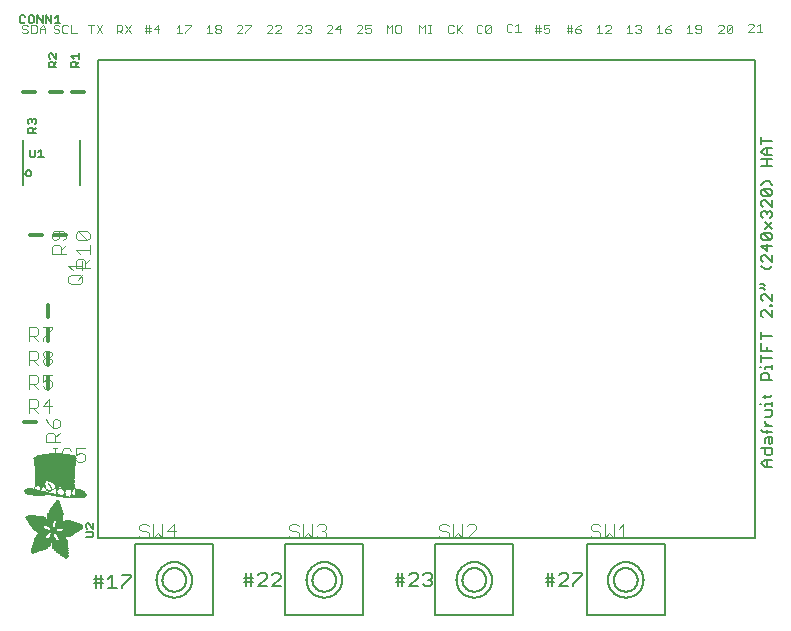
<source format=gbr>
G04 EAGLE Gerber RS-274X export*
G75*
%MOMM*%
%FSLAX34Y34*%
%LPD*%
%INSilkscreen Top*%
%IPPOS*%
%AMOC8*
5,1,8,0,0,1.08239X$1,22.5*%
G01*
%ADD10C,0.152400*%
%ADD11C,0.101600*%
%ADD12C,0.127000*%
%ADD13C,0.203200*%
%ADD14C,0.304800*%
%ADD15R,0.787400X0.025400*%
%ADD16R,1.219200X0.025400*%
%ADD17R,1.549400X0.025400*%
%ADD18R,0.762000X0.025400*%
%ADD19R,0.381000X0.025400*%
%ADD20R,0.736600X0.025400*%
%ADD21R,0.965200X0.025400*%
%ADD22R,1.193800X0.025400*%
%ADD23R,1.346200X0.025400*%
%ADD24R,0.812800X0.025400*%
%ADD25R,1.295400X0.025400*%
%ADD26R,0.863600X0.025400*%
%ADD27R,0.025400X0.025400*%
%ADD28R,0.279400X0.025400*%
%ADD29R,0.939800X0.025400*%
%ADD30R,1.016000X0.025400*%
%ADD31R,0.914400X0.025400*%
%ADD32R,0.127000X0.025400*%
%ADD33R,0.203200X0.025400*%
%ADD34R,1.066800X0.025400*%
%ADD35R,0.990600X0.025400*%
%ADD36R,0.228600X0.025400*%
%ADD37R,0.177800X0.025400*%
%ADD38R,1.143000X0.025400*%
%ADD39R,0.152400X0.025400*%
%ADD40R,2.438400X0.025400*%
%ADD41R,2.387600X0.025400*%
%ADD42R,0.101600X0.025400*%
%ADD43R,2.336800X0.025400*%
%ADD44R,0.076200X0.025400*%
%ADD45R,2.260600X0.025400*%
%ADD46R,2.184400X0.025400*%
%ADD47R,0.889000X0.025400*%
%ADD48R,2.108200X0.025400*%
%ADD49R,2.032000X0.025400*%
%ADD50R,1.930400X0.025400*%
%ADD51R,0.838200X0.025400*%
%ADD52R,1.854200X0.025400*%
%ADD53R,0.050800X0.025400*%
%ADD54R,1.727200X0.025400*%
%ADD55R,1.651000X0.025400*%
%ADD56R,1.524000X0.025400*%
%ADD57R,0.685800X0.025400*%
%ADD58R,1.422400X0.025400*%
%ADD59R,0.330200X0.025400*%
%ADD60R,0.635000X0.025400*%
%ADD61R,1.320800X0.025400*%
%ADD62R,0.584200X0.025400*%
%ADD63R,0.254000X0.025400*%
%ADD64R,0.508000X0.025400*%
%ADD65R,0.304800X0.025400*%
%ADD66R,0.431800X0.025400*%
%ADD67R,0.355600X0.025400*%
%ADD68R,0.711200X0.025400*%
%ADD69R,1.168400X0.025400*%
%ADD70R,0.609600X0.025400*%
%ADD71R,0.406400X0.025400*%
%ADD72R,0.558800X0.025400*%
%ADD73R,1.625600X0.025400*%
%ADD74R,1.803400X0.025400*%
%ADD75R,1.879600X0.025400*%
%ADD76R,1.905000X0.025400*%
%ADD77R,2.006600X0.025400*%
%ADD78R,2.133600X0.025400*%
%ADD79R,3.302000X0.025400*%
%ADD80R,3.327400X0.025400*%
%ADD81R,3.352800X0.025400*%
%ADD82R,3.378200X0.025400*%
%ADD83R,3.403600X0.025400*%
%ADD84R,3.429000X0.025400*%
%ADD85R,3.454400X0.025400*%
%ADD86R,3.479800X0.025400*%
%ADD87R,3.505200X0.025400*%
%ADD88R,3.530600X0.025400*%
%ADD89R,3.556000X0.025400*%
%ADD90R,3.581400X0.025400*%
%ADD91R,3.606800X0.025400*%
%ADD92R,3.632200X0.025400*%
%ADD93R,3.657600X0.025400*%
%ADD94R,3.251200X0.025400*%
%ADD95R,3.149600X0.025400*%
%ADD96R,2.997200X0.025400*%
%ADD97R,2.819400X0.025400*%
%ADD98R,2.616200X0.025400*%
%ADD99R,1.778000X0.025400*%
%ADD100R,1.244600X0.025400*%
%ADD101R,0.068600X0.007600*%
%ADD102R,0.114300X0.007600*%
%ADD103R,0.152400X0.007700*%
%ADD104R,0.182900X0.007600*%
%ADD105R,0.205700X0.007600*%
%ADD106R,0.228600X0.007600*%
%ADD107R,0.259100X0.007600*%
%ADD108R,0.274300X0.007700*%
%ADD109R,0.289500X0.007600*%
%ADD110R,0.304800X0.007600*%
%ADD111R,0.320100X0.007600*%
%ADD112R,0.342900X0.007600*%
%ADD113R,0.350500X0.007700*%
%ADD114R,0.365800X0.007600*%
%ADD115R,0.381000X0.007600*%
%ADD116R,0.388600X0.007600*%
%ADD117R,0.403800X0.007600*%
%ADD118R,0.419100X0.007700*%
%ADD119R,0.426700X0.007600*%
%ADD120R,0.441900X0.007600*%
%ADD121R,0.449600X0.007600*%
%ADD122R,0.464800X0.007600*%
%ADD123R,0.480000X0.007700*%
%ADD124R,0.487600X0.007600*%
%ADD125R,0.495300X0.007600*%
%ADD126R,0.510500X0.007600*%
%ADD127R,0.518100X0.007600*%
%ADD128R,0.525700X0.007700*%
%ADD129R,0.541000X0.007600*%
%ADD130R,0.548600X0.007600*%
%ADD131R,0.563800X0.007600*%
%ADD132R,0.571500X0.007600*%
%ADD133R,0.579100X0.007700*%
%ADD134R,0.594300X0.007600*%
%ADD135R,0.601900X0.007600*%
%ADD136R,0.609600X0.007600*%
%ADD137R,0.624800X0.007600*%
%ADD138R,0.632400X0.007700*%
%ADD139R,0.640000X0.007600*%
%ADD140R,0.655300X0.007600*%
%ADD141R,0.662900X0.007600*%
%ADD142R,0.678100X0.007600*%
%ADD143R,0.685800X0.007700*%
%ADD144R,0.693400X0.007600*%
%ADD145R,0.708600X0.007600*%
%ADD146R,0.716200X0.007600*%
%ADD147R,0.723900X0.007600*%
%ADD148R,0.739100X0.007700*%
%ADD149R,0.746700X0.007600*%
%ADD150R,0.754300X0.007600*%
%ADD151R,0.769600X0.007600*%
%ADD152R,0.777200X0.007600*%
%ADD153R,0.792400X0.007700*%
%ADD154R,0.800100X0.007600*%
%ADD155R,0.807700X0.007600*%
%ADD156R,0.822900X0.007600*%
%ADD157R,0.830500X0.007600*%
%ADD158R,0.838200X0.007700*%
%ADD159R,0.091500X0.007600*%
%ADD160R,0.853400X0.007600*%
%ADD161R,0.144700X0.007600*%
%ADD162R,0.861000X0.007600*%
%ADD163R,0.190500X0.007600*%
%ADD164R,0.876300X0.007600*%
%ADD165R,0.221000X0.007600*%
%ADD166R,0.883900X0.007600*%
%ADD167R,0.259000X0.007700*%
%ADD168R,0.891500X0.007700*%
%ADD169R,0.289600X0.007600*%
%ADD170R,0.906700X0.007600*%
%ADD171R,0.914400X0.007600*%
%ADD172R,0.350500X0.007600*%
%ADD173R,0.922000X0.007600*%
%ADD174R,0.937200X0.007600*%
%ADD175R,0.411400X0.007700*%
%ADD176R,0.944800X0.007700*%
%ADD177R,0.434300X0.007600*%
%ADD178R,0.952500X0.007600*%
%ADD179R,0.464900X0.007600*%
%ADD180R,0.967700X0.007600*%
%ADD181R,0.975300X0.007600*%
%ADD182R,0.518200X0.007600*%
%ADD183R,0.990600X0.007600*%
%ADD184R,0.548600X0.007700*%
%ADD185R,0.998200X0.007700*%
%ADD186R,1.005800X0.007600*%
%ADD187R,0.594400X0.007600*%
%ADD188R,1.021000X0.007600*%
%ADD189R,0.617200X0.007600*%
%ADD190R,1.028700X0.007600*%
%ADD191R,0.647700X0.007600*%
%ADD192R,1.036300X0.007600*%
%ADD193R,0.670500X0.007700*%
%ADD194R,1.051500X0.007700*%
%ADD195R,1.059100X0.007600*%
%ADD196R,0.716300X0.007600*%
%ADD197R,1.066800X0.007600*%
%ADD198R,0.739100X0.007600*%
%ADD199R,1.074400X0.007600*%
%ADD200R,0.762000X0.007600*%
%ADD201R,1.089600X0.007600*%
%ADD202R,0.784800X0.007700*%
%ADD203R,1.097200X0.007700*%
%ADD204R,1.104900X0.007600*%
%ADD205R,0.830600X0.007600*%
%ADD206R,1.112500X0.007600*%
%ADD207R,0.845800X0.007600*%
%ADD208R,1.120100X0.007600*%
%ADD209R,0.868700X0.007600*%
%ADD210R,1.127700X0.007600*%
%ADD211R,1.135300X0.007700*%
%ADD212R,1.143000X0.007600*%
%ADD213R,0.944900X0.007600*%
%ADD214R,1.150600X0.007600*%
%ADD215R,0.960100X0.007600*%
%ADD216R,1.158200X0.007600*%
%ADD217R,0.983000X0.007600*%
%ADD218R,1.165800X0.007600*%
%ADD219R,1.005900X0.007700*%
%ADD220R,1.173400X0.007700*%
%ADD221R,1.021100X0.007600*%
%ADD222R,1.181100X0.007600*%
%ADD223R,1.044000X0.007600*%
%ADD224R,1.188700X0.007600*%
%ADD225R,1.196300X0.007600*%
%ADD226R,1.082000X0.007600*%
%ADD227R,1.203900X0.007600*%
%ADD228R,1.104900X0.007700*%
%ADD229R,1.211500X0.007700*%
%ADD230R,1.211500X0.007600*%
%ADD231R,1.219200X0.007600*%
%ADD232R,1.226800X0.007600*%
%ADD233R,1.234400X0.007600*%
%ADD234R,1.188700X0.007700*%
%ADD235R,1.242000X0.007700*%
%ADD236R,1.242000X0.007600*%
%ADD237R,1.211600X0.007600*%
%ADD238R,1.249600X0.007600*%
%ADD239R,1.257300X0.007600*%
%ADD240R,1.264900X0.007600*%
%ADD241R,1.242100X0.007700*%
%ADD242R,1.264900X0.007700*%
%ADD243R,1.272500X0.007600*%
%ADD244R,1.265000X0.007600*%
%ADD245R,1.280100X0.007600*%
%ADD246R,1.272600X0.007600*%
%ADD247R,1.287700X0.007600*%
%ADD248R,1.287800X0.007600*%
%ADD249R,1.295400X0.007700*%
%ADD250R,1.303000X0.007600*%
%ADD251R,1.318200X0.007600*%
%ADD252R,1.310600X0.007600*%
%ADD253R,1.325900X0.007600*%
%ADD254R,1.341100X0.007700*%
%ADD255R,1.318200X0.007700*%
%ADD256R,1.341100X0.007600*%
%ADD257R,1.325800X0.007600*%
%ADD258R,1.348700X0.007600*%
%ADD259R,1.364000X0.007600*%
%ADD260R,1.333500X0.007600*%
%ADD261R,1.371600X0.007700*%
%ADD262R,1.379200X0.007600*%
%ADD263R,1.379300X0.007600*%
%ADD264R,1.386900X0.007600*%
%ADD265R,1.394500X0.007600*%
%ADD266R,1.356300X0.007600*%
%ADD267R,1.394400X0.007700*%
%ADD268R,1.356300X0.007700*%
%ADD269R,1.402000X0.007600*%
%ADD270R,1.409700X0.007600*%
%ADD271R,1.363900X0.007600*%
%ADD272R,1.417300X0.007600*%
%ADD273R,1.371600X0.007600*%
%ADD274R,1.424900X0.007700*%
%ADD275R,1.424900X0.007600*%
%ADD276R,1.432600X0.007600*%
%ADD277R,1.440200X0.007600*%
%ADD278R,1.386800X0.007600*%
%ADD279R,1.447800X0.007700*%
%ADD280R,1.386800X0.007700*%
%ADD281R,1.447800X0.007600*%
%ADD282R,1.455500X0.007600*%
%ADD283R,1.394400X0.007600*%
%ADD284R,1.463100X0.007600*%
%ADD285R,1.455400X0.007700*%
%ADD286R,1.463000X0.007600*%
%ADD287R,1.470600X0.007600*%
%ADD288R,1.470600X0.007700*%
%ADD289R,1.409700X0.007700*%
%ADD290R,1.470700X0.007600*%
%ADD291R,1.402100X0.007600*%
%ADD292R,1.478300X0.007600*%
%ADD293R,1.478300X0.007700*%
%ADD294R,1.402100X0.007700*%
%ADD295R,1.485900X0.007600*%
%ADD296R,1.485900X0.007700*%
%ADD297R,1.493500X0.007700*%
%ADD298R,1.493500X0.007600*%
%ADD299R,1.394500X0.007700*%
%ADD300R,1.493600X0.007700*%
%ADD301R,1.386900X0.007700*%
%ADD302R,1.379200X0.007700*%
%ADD303R,2.857500X0.007700*%
%ADD304R,2.857500X0.007600*%
%ADD305R,2.849900X0.007600*%
%ADD306R,2.842300X0.007600*%
%ADD307R,2.834700X0.007700*%
%ADD308R,2.827000X0.007600*%
%ADD309R,2.819400X0.007600*%
%ADD310R,2.811800X0.007600*%
%ADD311R,2.811800X0.007700*%
%ADD312R,2.804100X0.007600*%
%ADD313R,2.796500X0.007600*%
%ADD314R,1.966000X0.007600*%
%ADD315R,1.943100X0.007600*%
%ADD316R,0.754400X0.007600*%
%ADD317R,1.927900X0.007700*%
%ADD318R,0.746700X0.007700*%
%ADD319R,1.912600X0.007600*%
%ADD320R,0.731500X0.007600*%
%ADD321R,1.905000X0.007600*%
%ADD322R,1.882200X0.007600*%
%ADD323R,1.874600X0.007600*%
%ADD324R,1.866900X0.007700*%
%ADD325R,0.708700X0.007700*%
%ADD326R,1.851600X0.007600*%
%ADD327R,0.701100X0.007600*%
%ADD328R,1.844000X0.007600*%
%ADD329R,1.836400X0.007600*%
%ADD330R,1.821200X0.007600*%
%ADD331R,0.685800X0.007600*%
%ADD332R,1.813500X0.007700*%
%ADD333R,1.805900X0.007600*%
%ADD334R,0.678200X0.007600*%
%ADD335R,1.790700X0.007600*%
%ADD336R,0.670600X0.007600*%
%ADD337R,1.775500X0.007600*%
%ADD338R,1.767900X0.007700*%
%ADD339R,0.663000X0.007700*%
%ADD340R,1.760200X0.007600*%
%ADD341R,1.752600X0.007600*%
%ADD342R,0.937300X0.007600*%
%ADD343R,0.792500X0.007600*%
%ADD344R,0.899100X0.007600*%
%ADD345R,0.883900X0.007700*%
%ADD346R,0.716300X0.007700*%
%ADD347R,0.647700X0.007700*%
%ADD348R,0.640100X0.007600*%
%ADD349R,0.632500X0.007600*%
%ADD350R,0.655400X0.007600*%
%ADD351R,0.632400X0.007600*%
%ADD352R,0.845800X0.007700*%
%ADD353R,0.617200X0.007700*%
%ADD354R,0.624800X0.007700*%
%ADD355R,0.602000X0.007600*%
%ADD356R,0.838200X0.007600*%
%ADD357R,0.586700X0.007600*%
%ADD358R,0.548700X0.007600*%
%ADD359R,0.830500X0.007700*%
%ADD360R,0.541000X0.007700*%
%ADD361R,0.594300X0.007700*%
%ADD362R,0.525800X0.007600*%
%ADD363R,0.586800X0.007600*%
%ADD364R,0.815300X0.007600*%
%ADD365R,0.579200X0.007600*%
%ADD366R,0.815400X0.007600*%
%ADD367R,0.815400X0.007700*%
%ADD368R,0.571500X0.007700*%
%ADD369R,0.807800X0.007600*%
%ADD370R,0.563900X0.007600*%
%ADD371R,0.457200X0.007600*%
%ADD372R,0.442000X0.007600*%
%ADD373R,0.556300X0.007600*%
%ADD374R,0.807700X0.007700*%
%ADD375R,0.411500X0.007600*%
%ADD376R,0.533400X0.007600*%
%ADD377R,0.076200X0.007600*%
%ADD378R,0.403900X0.007600*%
%ADD379R,0.525700X0.007600*%
%ADD380R,0.388700X0.007600*%
%ADD381R,0.297200X0.007600*%
%ADD382R,0.373400X0.007700*%
%ADD383R,0.503000X0.007700*%
%ADD384R,0.426800X0.007700*%
%ADD385R,0.358100X0.007600*%
%ADD386R,0.502900X0.007600*%
%ADD387R,0.472400X0.007600*%
%ADD388R,0.487700X0.007600*%
%ADD389R,0.335300X0.007600*%
%ADD390R,0.792500X0.007700*%
%ADD391R,0.327600X0.007700*%
%ADD392R,0.472400X0.007700*%
%ADD393R,0.640000X0.007700*%
%ADD394R,0.784800X0.007600*%
%ADD395R,0.320000X0.007600*%
%ADD396R,0.792400X0.007600*%
%ADD397R,1.173400X0.007600*%
%ADD398R,1.196400X0.007600*%
%ADD399R,0.784900X0.007600*%
%ADD400R,0.784900X0.007700*%
%ADD401R,0.297200X0.007700*%
%ADD402R,1.249700X0.007600*%
%ADD403R,0.281900X0.007600*%
%ADD404R,1.295400X0.007600*%
%ADD405R,0.266700X0.007600*%
%ADD406R,0.777300X0.007700*%
%ADD407R,0.266700X0.007700*%
%ADD408R,1.333500X0.007700*%
%ADD409R,0.777300X0.007600*%
%ADD410R,1.348800X0.007600*%
%ADD411R,0.251500X0.007600*%
%ADD412R,0.243900X0.007700*%
%ADD413R,0.243900X0.007600*%
%ADD414R,1.440100X0.007600*%
%ADD415R,0.236200X0.007600*%
%ADD416R,0.762000X0.007700*%
%ADD417R,0.236200X0.007700*%
%ADD418R,1.508700X0.007700*%
%ADD419R,1.531600X0.007600*%
%ADD420R,1.546900X0.007600*%
%ADD421R,1.569700X0.007600*%
%ADD422R,1.585000X0.007600*%
%ADD423R,0.746800X0.007700*%
%ADD424R,1.607800X0.007700*%
%ADD425R,0.243800X0.007600*%
%ADD426R,1.630700X0.007600*%
%ADD427R,1.653500X0.007600*%
%ADD428R,0.739200X0.007600*%
%ADD429R,1.684000X0.007600*%
%ADD430R,2.019300X0.007600*%
%ADD431R,0.731500X0.007700*%
%ADD432R,2.026900X0.007700*%
%ADD433R,2.049800X0.007600*%
%ADD434R,2.057400X0.007600*%
%ADD435R,0.708700X0.007600*%
%ADD436R,2.072600X0.007600*%
%ADD437R,0.701000X0.007600*%
%ADD438R,2.095500X0.007600*%
%ADD439R,0.693500X0.007700*%
%ADD440R,2.110800X0.007700*%
%ADD441R,2.141200X0.007600*%
%ADD442R,0.060900X0.007600*%
%ADD443R,2.872700X0.007600*%
%ADD444R,3.124200X0.007600*%
%ADD445R,3.177600X0.007600*%
%ADD446R,3.215600X0.007700*%
%ADD447R,3.253700X0.007600*%
%ADD448R,3.284300X0.007600*%
%ADD449R,3.314700X0.007600*%
%ADD450R,3.352800X0.007600*%
%ADD451R,3.375600X0.007700*%
%ADD452R,3.406200X0.007600*%
%ADD453R,3.429000X0.007600*%
%ADD454R,3.451800X0.007600*%
%ADD455R,3.482400X0.007600*%
%ADD456R,1.828800X0.007700*%
%ADD457R,1.539300X0.007700*%
%ADD458R,1.767900X0.007600*%
%ADD459R,1.767800X0.007600*%
%ADD460R,1.760200X0.007700*%
%ADD461R,1.760300X0.007600*%
%ADD462R,1.775400X0.007700*%
%ADD463R,1.379300X0.007700*%
%ADD464R,1.783000X0.007600*%
%ADD465R,1.813500X0.007600*%
%ADD466R,1.821100X0.007700*%
%ADD467R,0.503000X0.007600*%
%ADD468R,1.135400X0.007600*%
%ADD469R,1.127700X0.007700*%
%ADD470R,0.487700X0.007700*%
%ADD471R,1.120200X0.007600*%
%ADD472R,1.097300X0.007600*%
%ADD473R,0.510600X0.007600*%
%ADD474R,1.074400X0.007700*%
%ADD475R,0.525800X0.007700*%
%ADD476R,1.440200X0.007700*%
%ADD477R,1.059200X0.007600*%
%ADD478R,1.051600X0.007600*%
%ADD479R,1.051500X0.007600*%
%ADD480R,1.043900X0.007700*%
%ADD481R,0.602000X0.007700*%
%ADD482R,1.524000X0.007600*%
%ADD483R,1.539300X0.007600*%
%ADD484R,1.592600X0.007600*%
%ADD485R,1.021100X0.007700*%
%ADD486R,1.615400X0.007700*%
%ADD487R,1.013400X0.007600*%
%ADD488R,1.653600X0.007600*%
%ADD489R,1.013500X0.007600*%
%ADD490R,1.699300X0.007600*%
%ADD491R,2.743200X0.007600*%
%ADD492R,1.005900X0.007600*%
%ADD493R,2.415500X0.007600*%
%ADD494R,1.005800X0.007700*%
%ADD495R,0.281900X0.007700*%
%ADD496R,2.408000X0.007700*%
%ADD497R,2.407900X0.007600*%
%ADD498R,0.998200X0.007600*%
%ADD499R,0.282000X0.007600*%
%ADD500R,0.998300X0.007600*%
%ADD501R,2.400300X0.007600*%
%ADD502R,0.289500X0.007700*%
%ADD503R,2.400300X0.007700*%
%ADD504R,0.297100X0.007600*%
%ADD505R,0.312400X0.007600*%
%ADD506R,2.392700X0.007600*%
%ADD507R,0.990600X0.007700*%
%ADD508R,0.327700X0.007700*%
%ADD509R,2.392700X0.007700*%
%ADD510R,2.385100X0.007600*%
%ADD511R,0.381000X0.007700*%
%ADD512R,2.377400X0.007700*%
%ADD513R,2.377400X0.007600*%
%ADD514R,2.369800X0.007600*%
%ADD515R,0.419100X0.007600*%
%ADD516R,2.362200X0.007600*%
%ADD517R,0.426800X0.007600*%
%ADD518R,1.036300X0.007700*%
%ADD519R,0.442000X0.007700*%
%ADD520R,2.354600X0.007700*%
%ADD521R,2.354600X0.007600*%
%ADD522R,0.480100X0.007600*%
%ADD523R,2.347000X0.007600*%
%ADD524R,1.074500X0.007600*%
%ADD525R,2.339400X0.007600*%
%ADD526R,1.082100X0.007700*%
%ADD527R,0.548700X0.007700*%
%ADD528R,2.331800X0.007700*%
%ADD529R,2.331800X0.007600*%
%ADD530R,0.624900X0.007600*%
%ADD531R,2.324100X0.007600*%
%ADD532R,1.859300X0.007600*%
%ADD533R,2.308800X0.007600*%
%ADD534R,2.301200X0.007700*%
%ADD535R,2.301200X0.007600*%
%ADD536R,2.293600X0.007600*%
%ADD537R,2.278400X0.007600*%
%ADD538R,1.889800X0.007600*%
%ADD539R,2.270700X0.007600*%
%ADD540R,1.897400X0.007700*%
%ADD541R,2.255500X0.007700*%
%ADD542R,1.897400X0.007600*%
%ADD543R,2.247900X0.007600*%
%ADD544R,2.232600X0.007600*%
%ADD545R,1.912700X0.007600*%
%ADD546R,2.209800X0.007600*%
%ADD547R,1.920300X0.007600*%
%ADD548R,2.186900X0.007600*%
%ADD549R,1.920300X0.007700*%
%ADD550R,2.171700X0.007700*%
%ADD551R,1.935500X0.007600*%
%ADD552R,2.148800X0.007600*%
%ADD553R,2.126000X0.007600*%
%ADD554R,1.950700X0.007600*%
%ADD555R,1.958400X0.007700*%
%ADD556R,2.042200X0.007700*%
%ADD557R,1.973600X0.007600*%
%ADD558R,1.996500X0.007600*%
%ADD559R,1.981200X0.007600*%
%ADD560R,1.988800X0.007600*%
%ADD561R,1.996400X0.007700*%
%ADD562R,1.996400X0.007600*%
%ADD563R,2.004100X0.007600*%
%ADD564R,1.874500X0.007600*%
%ADD565R,1.425000X0.007600*%
%ADD566R,2.026900X0.007600*%
%ADD567R,0.434400X0.007700*%
%ADD568R,1.364000X0.007700*%
%ADD569R,2.034500X0.007600*%
%ADD570R,0.434400X0.007600*%
%ADD571R,2.049700X0.007600*%
%ADD572R,2.065000X0.007700*%
%ADD573R,0.464800X0.007700*%
%ADD574R,1.196300X0.007700*%
%ADD575R,2.080300X0.007600*%
%ADD576R,1.158300X0.007600*%
%ADD577R,2.087900X0.007600*%
%ADD578R,0.472500X0.007600*%
%ADD579R,2.103100X0.007600*%
%ADD580R,2.118400X0.007600*%
%ADD581R,2.133600X0.007600*%
%ADD582R,2.148800X0.007700*%
%ADD583R,2.164000X0.007600*%
%ADD584R,2.171700X0.007600*%
%ADD585R,2.187000X0.007600*%
%ADD586R,0.556200X0.007600*%
%ADD587R,2.202200X0.007700*%
%ADD588R,0.556200X0.007700*%
%ADD589R,0.640100X0.007700*%
%ADD590R,0.579100X0.007600*%
%ADD591R,0.480000X0.007600*%
%ADD592R,1.752600X0.007700*%
%ADD593R,0.487600X0.007700*%
%ADD594R,0.594400X0.007700*%
%ADD595R,0.358100X0.007700*%
%ADD596R,0.099000X0.007600*%
%ADD597R,1.280200X0.007600*%
%ADD598R,1.745000X0.007600*%
%ADD599R,1.744900X0.007600*%
%ADD600R,1.737300X0.007700*%
%ADD601R,1.737400X0.007600*%
%ADD602R,1.729800X0.007600*%
%ADD603R,1.722200X0.007600*%
%ADD604R,1.722100X0.007600*%
%ADD605R,1.714500X0.007700*%
%ADD606R,1.356400X0.007700*%
%ADD607R,1.706900X0.007600*%
%ADD608R,1.356400X0.007600*%
%ADD609R,1.691700X0.007600*%
%ADD610R,1.668800X0.007700*%
%ADD611R,1.645900X0.007600*%
%ADD612R,1.623100X0.007600*%
%ADD613R,1.577400X0.007600*%
%ADD614R,1.554400X0.007600*%
%ADD615R,1.539200X0.007600*%
%ADD616R,1.524000X0.007700*%
%ADD617R,1.501100X0.007600*%
%ADD618R,1.455400X0.007600*%
%ADD619R,1.348800X0.007700*%
%ADD620R,1.318300X0.007600*%
%ADD621R,1.310600X0.007700*%
%ADD622R,1.287800X0.007700*%
%ADD623R,1.234500X0.007600*%
%ADD624R,1.226900X0.007600*%
%ADD625R,1.173500X0.007700*%
%ADD626R,1.173500X0.007600*%
%ADD627R,1.165900X0.007600*%
%ADD628R,1.143000X0.007700*%
%ADD629R,1.127800X0.007600*%
%ADD630R,1.097200X0.007600*%
%ADD631R,1.028700X0.007700*%
%ADD632R,0.982900X0.007600*%
%ADD633R,0.952500X0.007700*%
%ADD634R,0.929600X0.007600*%
%ADD635R,0.906800X0.007700*%
%ADD636R,0.906800X0.007600*%
%ADD637R,0.899200X0.007600*%
%ADD638R,0.884000X0.007600*%
%ADD639R,0.876300X0.007700*%
%ADD640R,0.830600X0.007700*%
%ADD641R,0.754400X0.007700*%
%ADD642R,0.746800X0.007600*%
%ADD643R,0.708600X0.007700*%
%ADD644R,0.678200X0.007700*%
%ADD645R,0.663000X0.007600*%
%ADD646R,0.632500X0.007700*%
%ADD647R,0.556300X0.007700*%
%ADD648R,0.518200X0.007700*%
%ADD649R,0.434300X0.007700*%
%ADD650R,0.396300X0.007700*%
%ADD651R,0.373300X0.007600*%
%ADD652R,0.365700X0.007600*%
%ADD653R,0.327700X0.007600*%
%ADD654R,0.304800X0.007700*%
%ADD655R,0.274300X0.007600*%
%ADD656R,0.243800X0.007700*%
%ADD657R,0.205800X0.007600*%
%ADD658R,0.152400X0.007600*%
%ADD659R,0.121900X0.007700*%


D10*
X200746Y28702D02*
X200746Y39888D01*
X204475Y39888D02*
X204475Y28702D01*
X204475Y36159D02*
X198882Y36159D01*
X204475Y36159D02*
X206339Y36159D01*
X206339Y32431D02*
X198882Y32431D01*
X210576Y28702D02*
X218033Y28702D01*
X210576Y28702D02*
X218033Y36159D01*
X218033Y38023D01*
X216169Y39888D01*
X212440Y39888D01*
X210576Y38023D01*
X222270Y28702D02*
X229727Y28702D01*
X222270Y28702D02*
X229727Y36159D01*
X229727Y38023D01*
X227863Y39888D01*
X224134Y39888D01*
X222270Y38023D01*
X73746Y38618D02*
X73746Y27432D01*
X77475Y27432D02*
X77475Y38618D01*
X77475Y34889D02*
X71882Y34889D01*
X77475Y34889D02*
X79339Y34889D01*
X79339Y31161D02*
X71882Y31161D01*
X83576Y34889D02*
X87304Y38618D01*
X87304Y27432D01*
X83576Y27432D02*
X91033Y27432D01*
X95270Y38618D02*
X102727Y38618D01*
X102727Y36753D01*
X95270Y29296D01*
X95270Y27432D01*
X329016Y28702D02*
X329016Y39888D01*
X332745Y39888D02*
X332745Y28702D01*
X332745Y36159D02*
X327152Y36159D01*
X332745Y36159D02*
X334609Y36159D01*
X334609Y32431D02*
X327152Y32431D01*
X338846Y28702D02*
X346303Y28702D01*
X338846Y28702D02*
X346303Y36159D01*
X346303Y38023D01*
X344439Y39888D01*
X340710Y39888D01*
X338846Y38023D01*
X350540Y38023D02*
X352404Y39888D01*
X356133Y39888D01*
X357997Y38023D01*
X357997Y36159D01*
X356133Y34295D01*
X354268Y34295D01*
X356133Y34295D02*
X357997Y32431D01*
X357997Y30566D01*
X356133Y28702D01*
X352404Y28702D01*
X350540Y30566D01*
X456016Y28702D02*
X456016Y39888D01*
X459745Y39888D02*
X459745Y28702D01*
X459745Y36159D02*
X454152Y36159D01*
X459745Y36159D02*
X461609Y36159D01*
X461609Y32431D02*
X454152Y32431D01*
X465846Y28702D02*
X473303Y28702D01*
X465846Y28702D02*
X473303Y36159D01*
X473303Y38023D01*
X471439Y39888D01*
X467710Y39888D01*
X465846Y38023D01*
X477540Y39888D02*
X484997Y39888D01*
X484997Y38023D01*
X477540Y30566D01*
X477540Y28702D01*
D11*
X15617Y502756D02*
X14431Y503942D01*
X12058Y503942D01*
X10872Y502756D01*
X10872Y501569D01*
X12058Y500383D01*
X14431Y500383D01*
X15617Y499197D01*
X15617Y498010D01*
X14431Y496824D01*
X12058Y496824D01*
X10872Y498010D01*
X18356Y496824D02*
X18356Y503942D01*
X18356Y496824D02*
X21915Y496824D01*
X23101Y498010D01*
X23101Y502756D01*
X21915Y503942D01*
X18356Y503942D01*
X25840Y501569D02*
X25840Y496824D01*
X25840Y501569D02*
X28213Y503942D01*
X30585Y501569D01*
X30585Y496824D01*
X30585Y500383D02*
X25840Y500383D01*
X41101Y503942D02*
X42287Y502756D01*
X41101Y503942D02*
X38728Y503942D01*
X37542Y502756D01*
X37542Y501569D01*
X38728Y500383D01*
X41101Y500383D01*
X42287Y499197D01*
X42287Y498010D01*
X41101Y496824D01*
X38728Y496824D01*
X37542Y498010D01*
X48585Y503942D02*
X49771Y502756D01*
X48585Y503942D02*
X46212Y503942D01*
X45026Y502756D01*
X45026Y498010D01*
X46212Y496824D01*
X48585Y496824D01*
X49771Y498010D01*
X52510Y496824D02*
X52510Y503942D01*
X52510Y496824D02*
X57255Y496824D01*
X69057Y496824D02*
X69057Y503942D01*
X71429Y503942D02*
X66684Y503942D01*
X74168Y503942D02*
X78913Y496824D01*
X74168Y496824D02*
X78913Y503942D01*
X90814Y503942D02*
X90814Y496824D01*
X90814Y503942D02*
X94373Y503942D01*
X95559Y502756D01*
X95559Y500383D01*
X94373Y499197D01*
X90814Y499197D01*
X93187Y499197D02*
X95559Y496824D01*
X103043Y496824D02*
X98298Y503942D01*
X103043Y503942D02*
X98298Y496824D01*
X116130Y496824D02*
X116130Y503942D01*
X118503Y503942D02*
X118503Y496824D01*
X118503Y501569D02*
X114944Y501569D01*
X118503Y501569D02*
X119689Y501569D01*
X119689Y499197D02*
X114944Y499197D01*
X125987Y496824D02*
X125987Y503942D01*
X122428Y500383D01*
X127173Y500383D01*
X141614Y501569D02*
X143987Y503942D01*
X143987Y496824D01*
X146359Y496824D02*
X141614Y496824D01*
X149098Y503942D02*
X153843Y503942D01*
X153843Y502756D01*
X149098Y498010D01*
X149098Y496824D01*
X167014Y501569D02*
X169387Y503942D01*
X169387Y496824D01*
X171759Y496824D02*
X167014Y496824D01*
X174498Y502756D02*
X175684Y503942D01*
X178057Y503942D01*
X179243Y502756D01*
X179243Y501569D01*
X178057Y500383D01*
X179243Y499197D01*
X179243Y498010D01*
X178057Y496824D01*
X175684Y496824D01*
X174498Y498010D01*
X174498Y499197D01*
X175684Y500383D01*
X174498Y501569D01*
X174498Y502756D01*
X175684Y500383D02*
X178057Y500383D01*
X192414Y496824D02*
X197159Y496824D01*
X192414Y496824D02*
X197159Y501569D01*
X197159Y502756D01*
X195973Y503942D01*
X193600Y503942D01*
X192414Y502756D01*
X199898Y503942D02*
X204643Y503942D01*
X204643Y502756D01*
X199898Y498010D01*
X199898Y496824D01*
X217814Y496824D02*
X222559Y496824D01*
X217814Y496824D02*
X222559Y501569D01*
X222559Y502756D01*
X221373Y503942D01*
X219000Y503942D01*
X217814Y502756D01*
X225298Y496824D02*
X230043Y496824D01*
X225298Y496824D02*
X230043Y501569D01*
X230043Y502756D01*
X228857Y503942D01*
X226484Y503942D01*
X225298Y502756D01*
X243214Y496824D02*
X247959Y496824D01*
X243214Y496824D02*
X247959Y501569D01*
X247959Y502756D01*
X246773Y503942D01*
X244400Y503942D01*
X243214Y502756D01*
X250698Y502756D02*
X251884Y503942D01*
X254257Y503942D01*
X255443Y502756D01*
X255443Y501569D01*
X254257Y500383D01*
X253071Y500383D01*
X254257Y500383D02*
X255443Y499197D01*
X255443Y498010D01*
X254257Y496824D01*
X251884Y496824D01*
X250698Y498010D01*
X268614Y496824D02*
X273359Y496824D01*
X268614Y496824D02*
X273359Y501569D01*
X273359Y502756D01*
X272173Y503942D01*
X269800Y503942D01*
X268614Y502756D01*
X279657Y503942D02*
X279657Y496824D01*
X276098Y500383D02*
X279657Y503942D01*
X280843Y500383D02*
X276098Y500383D01*
X294014Y496824D02*
X298759Y496824D01*
X294014Y496824D02*
X298759Y501569D01*
X298759Y502756D01*
X297573Y503942D01*
X295200Y503942D01*
X294014Y502756D01*
X301498Y503942D02*
X306243Y503942D01*
X301498Y503942D02*
X301498Y500383D01*
X303871Y501569D01*
X305057Y501569D01*
X306243Y500383D01*
X306243Y498010D01*
X305057Y496824D01*
X302684Y496824D01*
X301498Y498010D01*
X319414Y496824D02*
X319414Y503942D01*
X321787Y501569D01*
X324159Y503942D01*
X324159Y496824D01*
X328084Y503942D02*
X330457Y503942D01*
X328084Y503942D02*
X326898Y502756D01*
X326898Y498010D01*
X328084Y496824D01*
X330457Y496824D01*
X331643Y498010D01*
X331643Y502756D01*
X330457Y503942D01*
X347331Y503942D02*
X347331Y496824D01*
X349704Y501569D02*
X347331Y503942D01*
X349704Y501569D02*
X352077Y503942D01*
X352077Y496824D01*
X354815Y496824D02*
X357188Y496824D01*
X356002Y496824D02*
X356002Y503942D01*
X357188Y503942D02*
X354815Y503942D01*
X375043Y503942D02*
X376229Y502756D01*
X375043Y503942D02*
X372670Y503942D01*
X371484Y502756D01*
X371484Y498010D01*
X372670Y496824D01*
X375043Y496824D01*
X376229Y498010D01*
X378968Y496824D02*
X378968Y503942D01*
X378968Y499197D02*
X383713Y503942D01*
X380154Y500383D02*
X383713Y496824D01*
X399173Y503942D02*
X400359Y502756D01*
X399173Y503942D02*
X396800Y503942D01*
X395614Y502756D01*
X395614Y498010D01*
X396800Y496824D01*
X399173Y496824D01*
X400359Y498010D01*
X403098Y498010D02*
X403098Y502756D01*
X404284Y503942D01*
X406657Y503942D01*
X407843Y502756D01*
X407843Y498010D01*
X406657Y496824D01*
X404284Y496824D01*
X403098Y498010D01*
X407843Y502756D01*
X424573Y505212D02*
X425759Y504026D01*
X424573Y505212D02*
X422200Y505212D01*
X421014Y504026D01*
X421014Y499280D01*
X422200Y498094D01*
X424573Y498094D01*
X425759Y499280D01*
X428498Y502839D02*
X430871Y505212D01*
X430871Y498094D01*
X433243Y498094D02*
X428498Y498094D01*
X446330Y496824D02*
X446330Y503942D01*
X448703Y503942D02*
X448703Y496824D01*
X448703Y501569D02*
X445144Y501569D01*
X448703Y501569D02*
X449889Y501569D01*
X449889Y499197D02*
X445144Y499197D01*
X452628Y503942D02*
X457373Y503942D01*
X452628Y503942D02*
X452628Y500383D01*
X455001Y501569D01*
X456187Y501569D01*
X457373Y500383D01*
X457373Y498010D01*
X456187Y496824D01*
X453814Y496824D01*
X452628Y498010D01*
X473000Y496824D02*
X473000Y503942D01*
X475373Y503942D02*
X475373Y496824D01*
X475373Y501569D02*
X471814Y501569D01*
X475373Y501569D02*
X476559Y501569D01*
X476559Y499197D02*
X471814Y499197D01*
X481671Y502756D02*
X484043Y503942D01*
X481671Y502756D02*
X479298Y500383D01*
X479298Y498010D01*
X480484Y496824D01*
X482857Y496824D01*
X484043Y498010D01*
X484043Y499197D01*
X482857Y500383D01*
X479298Y500383D01*
X497214Y501569D02*
X499587Y503942D01*
X499587Y496824D01*
X501959Y496824D02*
X497214Y496824D01*
X504698Y496824D02*
X509443Y496824D01*
X504698Y496824D02*
X509443Y501569D01*
X509443Y502756D01*
X508257Y503942D01*
X505884Y503942D01*
X504698Y502756D01*
X522614Y501569D02*
X524987Y503942D01*
X524987Y496824D01*
X527359Y496824D02*
X522614Y496824D01*
X530098Y502756D02*
X531284Y503942D01*
X533657Y503942D01*
X534843Y502756D01*
X534843Y501569D01*
X533657Y500383D01*
X532471Y500383D01*
X533657Y500383D02*
X534843Y499197D01*
X534843Y498010D01*
X533657Y496824D01*
X531284Y496824D01*
X530098Y498010D01*
X548014Y501569D02*
X550387Y503942D01*
X550387Y496824D01*
X552759Y496824D02*
X548014Y496824D01*
X557871Y502756D02*
X560243Y503942D01*
X557871Y502756D02*
X555498Y500383D01*
X555498Y498010D01*
X556684Y496824D01*
X559057Y496824D01*
X560243Y498010D01*
X560243Y499197D01*
X559057Y500383D01*
X555498Y500383D01*
X573414Y501569D02*
X575787Y503942D01*
X575787Y496824D01*
X578159Y496824D02*
X573414Y496824D01*
X580898Y498010D02*
X582084Y496824D01*
X584457Y496824D01*
X585643Y498010D01*
X585643Y502756D01*
X584457Y503942D01*
X582084Y503942D01*
X580898Y502756D01*
X580898Y501569D01*
X582084Y500383D01*
X585643Y500383D01*
X600084Y496824D02*
X604829Y496824D01*
X600084Y496824D02*
X604829Y501569D01*
X604829Y502756D01*
X603643Y503942D01*
X601270Y503942D01*
X600084Y502756D01*
X607568Y502756D02*
X607568Y498010D01*
X607568Y502756D02*
X608754Y503942D01*
X611127Y503942D01*
X612313Y502756D01*
X612313Y498010D01*
X611127Y496824D01*
X608754Y496824D01*
X607568Y498010D01*
X612313Y502756D01*
X625484Y498094D02*
X630229Y498094D01*
X625484Y498094D02*
X630229Y502839D01*
X630229Y504026D01*
X629043Y505212D01*
X626670Y505212D01*
X625484Y504026D01*
X632968Y502839D02*
X635341Y505212D01*
X635341Y498094D01*
X637713Y498094D02*
X632968Y498094D01*
D12*
X639863Y130175D02*
X645795Y130175D01*
X639863Y130175D02*
X636897Y133141D01*
X639863Y136107D01*
X645795Y136107D01*
X641346Y136107D02*
X641346Y130175D01*
X636897Y145462D02*
X645795Y145462D01*
X645795Y141013D01*
X644312Y139530D01*
X641346Y139530D01*
X639863Y141013D01*
X639863Y145462D01*
X639863Y150368D02*
X639863Y153334D01*
X641346Y154817D01*
X645795Y154817D01*
X645795Y150368D01*
X644312Y148885D01*
X642829Y150368D01*
X642829Y154817D01*
X645795Y159723D02*
X638380Y159723D01*
X636897Y161206D01*
X641346Y161206D02*
X641346Y158241D01*
X639863Y164477D02*
X645795Y164477D01*
X642829Y164477D02*
X639863Y167443D01*
X639863Y168926D01*
X639863Y172273D02*
X644312Y172273D01*
X645795Y173756D01*
X645795Y178205D01*
X639863Y178205D01*
X639863Y181629D02*
X639863Y183111D01*
X645795Y183111D01*
X645795Y181629D02*
X645795Y184594D01*
X636897Y183111D02*
X635414Y183111D01*
X638380Y189348D02*
X644312Y189348D01*
X645795Y190831D01*
X639863Y190831D02*
X639863Y187865D01*
X636897Y203457D02*
X645795Y203457D01*
X636897Y203457D02*
X636897Y207906D01*
X638380Y209389D01*
X641346Y209389D01*
X642829Y207906D01*
X642829Y203457D01*
X639863Y212812D02*
X639863Y214295D01*
X645795Y214295D01*
X645795Y212812D02*
X645795Y215778D01*
X636897Y214295D02*
X635414Y214295D01*
X636897Y222015D02*
X645795Y222015D01*
X636897Y219049D02*
X636897Y224981D01*
X636897Y228404D02*
X645795Y228404D01*
X636897Y228404D02*
X636897Y234336D01*
X641346Y231370D02*
X641346Y228404D01*
X645795Y240725D02*
X636897Y240725D01*
X636897Y237760D02*
X636897Y243691D01*
X645795Y256470D02*
X645795Y262402D01*
X645795Y256470D02*
X639863Y262402D01*
X638380Y262402D01*
X636897Y260919D01*
X636897Y257953D01*
X638380Y256470D01*
X644312Y265825D02*
X645795Y265825D01*
X644312Y265825D02*
X644312Y267308D01*
X645795Y267308D01*
X645795Y265825D01*
X645795Y270503D02*
X645795Y276434D01*
X645795Y270503D02*
X639863Y276434D01*
X638380Y276434D01*
X636897Y274952D01*
X636897Y271986D01*
X638380Y270503D01*
X638380Y281341D02*
X635414Y281341D01*
X638380Y281341D02*
X639863Y279858D01*
X638380Y284307D02*
X635414Y284307D01*
X638380Y284307D02*
X639863Y282824D01*
X642829Y297009D02*
X645795Y299975D01*
X642829Y297009D02*
X639863Y297009D01*
X636897Y299975D01*
X645795Y303246D02*
X645795Y309178D01*
X645795Y303246D02*
X639863Y309178D01*
X638380Y309178D01*
X636897Y307695D01*
X636897Y304729D01*
X638380Y303246D01*
X636897Y317050D02*
X645795Y317050D01*
X641346Y312601D02*
X636897Y317050D01*
X641346Y318533D02*
X641346Y312601D01*
X644312Y321956D02*
X638380Y321956D01*
X636897Y323439D01*
X636897Y326405D01*
X638380Y327888D01*
X644312Y327888D01*
X645795Y326405D01*
X645795Y323439D01*
X644312Y321956D01*
X638380Y327888D01*
X639863Y331311D02*
X645795Y337243D01*
X645795Y331311D02*
X639863Y337243D01*
X638380Y340667D02*
X636897Y342150D01*
X636897Y345115D01*
X638380Y346598D01*
X639863Y346598D01*
X641346Y345115D01*
X641346Y343632D01*
X641346Y345115D02*
X642829Y346598D01*
X644312Y346598D01*
X645795Y345115D01*
X645795Y342150D01*
X644312Y340667D01*
X645795Y350022D02*
X645795Y355954D01*
X645795Y350022D02*
X639863Y355954D01*
X638380Y355954D01*
X636897Y354471D01*
X636897Y351505D01*
X638380Y350022D01*
X638380Y359377D02*
X644312Y359377D01*
X638380Y359377D02*
X636897Y360860D01*
X636897Y363826D01*
X638380Y365309D01*
X644312Y365309D01*
X645795Y363826D01*
X645795Y360860D01*
X644312Y359377D01*
X638380Y365309D01*
X642829Y371698D02*
X645795Y368732D01*
X642829Y371698D02*
X639863Y371698D01*
X636897Y368732D01*
X636897Y384324D02*
X645795Y384324D01*
X641346Y384324D02*
X641346Y390256D01*
X636897Y390256D02*
X645795Y390256D01*
X645795Y393679D02*
X639863Y393679D01*
X636897Y396645D01*
X639863Y399611D01*
X645795Y399611D01*
X641346Y399611D02*
X641346Y393679D01*
X645795Y406000D02*
X636897Y406000D01*
X636897Y403035D02*
X636897Y408966D01*
D13*
X11560Y406350D02*
X11560Y368350D01*
X59560Y368350D02*
X59560Y406350D01*
X13716Y378460D02*
X13718Y378560D01*
X13724Y378661D01*
X13734Y378760D01*
X13748Y378860D01*
X13765Y378959D01*
X13787Y379057D01*
X13813Y379154D01*
X13842Y379250D01*
X13875Y379344D01*
X13912Y379438D01*
X13952Y379530D01*
X13996Y379620D01*
X14044Y379708D01*
X14095Y379795D01*
X14149Y379879D01*
X14207Y379961D01*
X14268Y380041D01*
X14332Y380118D01*
X14399Y380193D01*
X14469Y380265D01*
X14542Y380334D01*
X14617Y380400D01*
X14695Y380464D01*
X14775Y380524D01*
X14858Y380581D01*
X14943Y380634D01*
X15030Y380684D01*
X15119Y380731D01*
X15209Y380774D01*
X15301Y380814D01*
X15395Y380850D01*
X15490Y380882D01*
X15586Y380910D01*
X15684Y380935D01*
X15782Y380955D01*
X15881Y380972D01*
X15981Y380985D01*
X16080Y380994D01*
X16181Y380999D01*
X16281Y381000D01*
X16381Y380997D01*
X16482Y380990D01*
X16581Y380979D01*
X16681Y380964D01*
X16779Y380946D01*
X16877Y380923D01*
X16974Y380896D01*
X17069Y380866D01*
X17164Y380832D01*
X17257Y380794D01*
X17348Y380753D01*
X17438Y380708D01*
X17526Y380660D01*
X17612Y380608D01*
X17696Y380553D01*
X17777Y380494D01*
X17856Y380432D01*
X17933Y380368D01*
X18007Y380300D01*
X18078Y380229D01*
X18147Y380156D01*
X18212Y380080D01*
X18275Y380001D01*
X18334Y379920D01*
X18390Y379837D01*
X18443Y379752D01*
X18492Y379664D01*
X18538Y379575D01*
X18580Y379484D01*
X18619Y379391D01*
X18654Y379297D01*
X18685Y379202D01*
X18713Y379105D01*
X18736Y379008D01*
X18756Y378909D01*
X18772Y378810D01*
X18784Y378711D01*
X18792Y378610D01*
X18796Y378510D01*
X18796Y378410D01*
X18792Y378310D01*
X18784Y378209D01*
X18772Y378110D01*
X18756Y378011D01*
X18736Y377912D01*
X18713Y377815D01*
X18685Y377718D01*
X18654Y377623D01*
X18619Y377529D01*
X18580Y377436D01*
X18538Y377345D01*
X18492Y377256D01*
X18443Y377168D01*
X18390Y377083D01*
X18334Y377000D01*
X18275Y376919D01*
X18212Y376840D01*
X18147Y376764D01*
X18078Y376691D01*
X18007Y376620D01*
X17933Y376552D01*
X17856Y376488D01*
X17777Y376426D01*
X17696Y376367D01*
X17612Y376312D01*
X17526Y376260D01*
X17438Y376212D01*
X17348Y376167D01*
X17257Y376126D01*
X17164Y376088D01*
X17069Y376054D01*
X16974Y376024D01*
X16877Y375997D01*
X16779Y375974D01*
X16681Y375956D01*
X16581Y375941D01*
X16482Y375930D01*
X16381Y375923D01*
X16281Y375920D01*
X16181Y375921D01*
X16080Y375926D01*
X15981Y375935D01*
X15881Y375948D01*
X15782Y375965D01*
X15684Y375985D01*
X15586Y376010D01*
X15490Y376038D01*
X15395Y376070D01*
X15301Y376106D01*
X15209Y376146D01*
X15119Y376189D01*
X15030Y376236D01*
X14943Y376286D01*
X14858Y376339D01*
X14775Y376396D01*
X14695Y376456D01*
X14617Y376520D01*
X14542Y376586D01*
X14469Y376655D01*
X14399Y376727D01*
X14332Y376802D01*
X14268Y376879D01*
X14207Y376959D01*
X14149Y377041D01*
X14095Y377125D01*
X14044Y377212D01*
X13996Y377300D01*
X13952Y377390D01*
X13912Y377482D01*
X13875Y377576D01*
X13842Y377670D01*
X13813Y377766D01*
X13787Y377863D01*
X13765Y377961D01*
X13748Y378060D01*
X13734Y378160D01*
X13724Y378259D01*
X13718Y378360D01*
X13716Y378460D01*
D10*
X17272Y393024D02*
X17272Y398532D01*
X17272Y393024D02*
X18374Y391922D01*
X20577Y391922D01*
X21678Y393024D01*
X21678Y398532D01*
X24756Y396328D02*
X26959Y398532D01*
X26959Y391922D01*
X24756Y391922D02*
X29163Y391922D01*
D14*
X53340Y447040D02*
X63500Y447040D01*
D10*
X58928Y468122D02*
X52318Y468122D01*
X52318Y471427D01*
X53420Y472528D01*
X55623Y472528D01*
X56725Y471427D01*
X56725Y468122D01*
X56725Y470325D02*
X58928Y472528D01*
X54522Y475606D02*
X52318Y477809D01*
X58928Y477809D01*
X58928Y475606D02*
X58928Y480013D01*
D14*
X44450Y447040D02*
X34290Y447040D01*
D10*
X33268Y468122D02*
X39878Y468122D01*
X33268Y468122D02*
X33268Y471427D01*
X34370Y472528D01*
X36573Y472528D01*
X37675Y471427D01*
X37675Y468122D01*
X37675Y470325D02*
X39878Y472528D01*
X39878Y475606D02*
X39878Y480013D01*
X35472Y480013D02*
X39878Y475606D01*
X35472Y480013D02*
X34370Y480013D01*
X33268Y478911D01*
X33268Y476708D01*
X34370Y475606D01*
D14*
X21590Y447040D02*
X11430Y447040D01*
D10*
X15996Y412514D02*
X22606Y412514D01*
X15996Y412514D02*
X15996Y415819D01*
X17098Y416920D01*
X19301Y416920D01*
X20403Y415819D01*
X20403Y412514D01*
X20403Y414717D02*
X22606Y416920D01*
X17098Y419998D02*
X15996Y421099D01*
X15996Y423303D01*
X17098Y424404D01*
X18200Y424404D01*
X19301Y423303D01*
X19301Y422201D01*
X19301Y423303D02*
X20403Y424404D01*
X21504Y424404D01*
X22606Y423303D01*
X22606Y421099D01*
X21504Y419998D01*
D15*
X57658Y103124D03*
D16*
X56769Y103378D03*
D17*
X55880Y103632D03*
D18*
X49657Y103886D03*
D19*
X62230Y103886D03*
D20*
X47498Y104140D03*
D21*
X59563Y104140D03*
D18*
X45593Y104394D03*
D22*
X58674Y104394D03*
D15*
X43942Y104648D03*
D23*
X58166Y104648D03*
D24*
X42291Y104902D03*
D25*
X58420Y104902D03*
D26*
X40767Y105156D03*
D27*
X48260Y105156D03*
D28*
X53594Y105156D03*
D29*
X60452Y105156D03*
D30*
X24765Y105410D03*
D31*
X39243Y105410D03*
D32*
X47498Y105410D03*
D33*
X53467Y105410D03*
D29*
X60452Y105410D03*
D34*
X22987Y105664D03*
D35*
X37592Y105664D03*
D36*
X46736Y105664D03*
D37*
X53340Y105664D03*
D29*
X60452Y105664D03*
D18*
X20193Y105918D03*
D38*
X35560Y105918D03*
D33*
X46863Y105918D03*
D39*
X53467Y105918D03*
D29*
X60452Y105918D03*
D40*
X27813Y106172D03*
D39*
X46863Y106172D03*
D32*
X53340Y106172D03*
D29*
X60452Y106172D03*
D41*
X26797Y106426D03*
D32*
X46990Y106426D03*
D42*
X53467Y106426D03*
D29*
X60452Y106426D03*
D43*
X26035Y106680D03*
D32*
X46990Y106680D03*
D44*
X53340Y106680D03*
D31*
X60325Y106680D03*
D45*
X25400Y106934D03*
D42*
X40259Y106934D03*
X47117Y106934D03*
D44*
X53340Y106934D03*
D31*
X60325Y106934D03*
D46*
X24511Y107188D03*
D39*
X40005Y107188D03*
D44*
X46990Y107188D03*
X53340Y107188D03*
D47*
X60198Y107188D03*
D48*
X23876Y107442D03*
D32*
X40132Y107442D03*
D44*
X46990Y107442D03*
X53340Y107442D03*
D47*
X60198Y107442D03*
D49*
X23241Y107696D03*
D42*
X40259Y107696D03*
D44*
X46990Y107696D03*
X53340Y107696D03*
D26*
X60071Y107696D03*
D50*
X22733Y107950D03*
D44*
X40132Y107950D03*
X47244Y107950D03*
X53340Y107950D03*
D51*
X59944Y107950D03*
D52*
X22098Y108204D03*
D53*
X40259Y108204D03*
D42*
X47117Y108204D03*
D44*
X53340Y108204D03*
D15*
X59690Y108204D03*
D54*
X21463Y108458D03*
D44*
X33782Y108458D03*
X40386Y108458D03*
D42*
X47117Y108458D03*
X53213Y108458D03*
D18*
X59563Y108458D03*
D55*
X20828Y108712D03*
D42*
X33401Y108712D03*
D44*
X40386Y108712D03*
D32*
X47244Y108712D03*
D42*
X53213Y108712D03*
D20*
X59436Y108712D03*
D56*
X20447Y108966D03*
D33*
X34163Y108966D03*
D44*
X40386Y108966D03*
D32*
X47244Y108966D03*
D42*
X53213Y108966D03*
D57*
X59182Y108966D03*
D58*
X19939Y109220D03*
D59*
X34290Y109220D03*
D42*
X40513Y109220D03*
D37*
X47244Y109220D03*
D39*
X53213Y109220D03*
D60*
X58928Y109220D03*
D61*
X19431Y109474D03*
D32*
X32766Y109474D03*
D42*
X35687Y109474D03*
X40513Y109474D03*
D33*
X47371Y109474D03*
D37*
X53086Y109474D03*
D62*
X58674Y109474D03*
D22*
X19050Y109728D03*
D42*
X32131Y109728D03*
D44*
X36322Y109728D03*
D32*
X40640Y109728D03*
D63*
X47371Y109728D03*
D36*
X53086Y109728D03*
D64*
X58293Y109728D03*
D34*
X18669Y109982D03*
D27*
X27432Y109982D03*
D44*
X31750Y109982D03*
D53*
X36449Y109982D03*
D39*
X40767Y109982D03*
D65*
X47371Y109982D03*
D63*
X52959Y109982D03*
D66*
X57912Y109982D03*
D47*
X18288Y110236D03*
D44*
X27178Y110236D03*
D42*
X31877Y110236D03*
D39*
X37211Y110236D03*
D37*
X40640Y110236D03*
D19*
X47498Y110236D03*
D59*
X52832Y110236D03*
D67*
X57531Y110236D03*
D68*
X18161Y110490D03*
D44*
X27178Y110490D03*
D42*
X31623Y110490D03*
D36*
X37338Y110490D03*
X40894Y110490D03*
D29*
X50038Y110490D03*
D63*
X57023Y110490D03*
D64*
X17907Y110744D03*
D44*
X27178Y110744D03*
X31242Y110744D03*
X36576Y110744D03*
X38354Y110744D03*
D28*
X40894Y110744D03*
D69*
X50927Y110744D03*
D42*
X27051Y110998D03*
D44*
X30988Y110998D03*
D53*
X36449Y110998D03*
D44*
X38608Y110998D03*
D19*
X41148Y110998D03*
D38*
X50038Y110998D03*
D32*
X27178Y111252D03*
D44*
X30988Y111252D03*
X36322Y111252D03*
D29*
X43180Y111252D03*
D39*
X54991Y111252D03*
D27*
X21844Y111506D03*
D32*
X27178Y111506D03*
D44*
X30988Y111506D03*
D53*
X36195Y111506D03*
D70*
X41783Y111506D03*
D19*
X52578Y111506D03*
D44*
X55372Y111506D03*
D27*
X21844Y111760D03*
D37*
X27178Y111760D03*
D44*
X30734Y111760D03*
X36068Y111760D03*
D71*
X40767Y111760D03*
D68*
X51435Y111760D03*
D27*
X55372Y111760D03*
D53*
X21971Y112014D03*
D33*
X27305Y112014D03*
D53*
X30607Y112014D03*
X35941Y112014D03*
D33*
X39751Y112014D03*
D21*
X50419Y112014D03*
D44*
X22098Y112268D03*
D63*
X27305Y112268D03*
D53*
X30353Y112268D03*
X35687Y112268D03*
X39243Y112268D03*
D38*
X49530Y112268D03*
D42*
X22225Y112522D03*
D59*
X27432Y112522D03*
D42*
X30607Y112522D03*
D53*
X35687Y112522D03*
X39243Y112522D03*
D23*
X48514Y112522D03*
D32*
X22352Y112776D03*
D71*
X27559Y112776D03*
D44*
X30480Y112776D03*
D53*
X35433Y112776D03*
X39243Y112776D03*
D56*
X47625Y112776D03*
D39*
X22733Y113030D03*
D72*
X27813Y113030D03*
D27*
X35306Y113030D03*
D73*
X47117Y113030D03*
D24*
X26289Y113284D03*
D53*
X35179Y113284D03*
D73*
X47117Y113284D03*
D27*
X22352Y113538D03*
D66*
X25400Y113538D03*
D53*
X30099Y113538D03*
X34925Y113538D03*
D73*
X47117Y113538D03*
D32*
X22860Y113792D03*
D42*
X30099Y113792D03*
D27*
X34798Y113792D03*
D55*
X46990Y113792D03*
D51*
X26416Y114046D03*
D27*
X34544Y114046D03*
D55*
X46990Y114046D03*
D24*
X26289Y114300D03*
D27*
X34290Y114300D03*
D55*
X46990Y114300D03*
D24*
X26289Y114554D03*
D53*
X34163Y114554D03*
D27*
X38354Y114554D03*
D55*
X46990Y114554D03*
D15*
X26162Y114808D03*
D27*
X30480Y114808D03*
X34036Y114808D03*
D54*
X46609Y114808D03*
D51*
X26416Y115062D03*
D27*
X33782Y115062D03*
D54*
X46609Y115062D03*
D24*
X26289Y115316D03*
D54*
X46609Y115316D03*
D24*
X26289Y115570D03*
D53*
X37465Y115570D03*
D54*
X46609Y115570D03*
D24*
X26289Y115824D03*
D27*
X30734Y115824D03*
D74*
X46228Y115824D03*
D26*
X26543Y116078D03*
D27*
X36576Y116078D03*
D74*
X46228Y116078D03*
D51*
X26416Y116332D03*
D75*
X45847Y116332D03*
D51*
X26416Y116586D03*
D27*
X35814Y116586D03*
D76*
X45720Y116586D03*
D51*
X26416Y116840D03*
D27*
X30988Y116840D03*
X35560Y116840D03*
D50*
X45593Y116840D03*
D47*
X26670Y117094D03*
D27*
X34544Y117094D03*
D77*
X45212Y117094D03*
D47*
X26670Y117348D03*
D27*
X33528Y117348D03*
D53*
X34417Y117348D03*
D49*
X45085Y117348D03*
D47*
X26670Y117602D03*
D27*
X32258Y117602D03*
D53*
X33401Y117602D03*
D78*
X44577Y117602D03*
D47*
X26670Y117856D03*
D53*
X31877Y117856D03*
D45*
X43942Y117856D03*
D79*
X38735Y118110D03*
X38735Y118364D03*
X38735Y118618D03*
X38735Y118872D03*
X38735Y119126D03*
D80*
X38862Y119380D03*
X38862Y119634D03*
X38862Y119888D03*
X38862Y120142D03*
X38862Y120396D03*
X38862Y120650D03*
X38862Y120904D03*
X38862Y121158D03*
X38862Y121412D03*
X38862Y121666D03*
X38862Y121920D03*
X38862Y122174D03*
X38862Y122428D03*
D81*
X38735Y122682D03*
X38735Y122936D03*
X38735Y123190D03*
X38735Y123444D03*
D82*
X38862Y123698D03*
X38862Y123952D03*
X38862Y124206D03*
X38862Y124460D03*
X38862Y124714D03*
X38862Y124968D03*
X38862Y125222D03*
X38862Y125476D03*
X38862Y125730D03*
X38862Y125984D03*
X38862Y126238D03*
X38862Y126492D03*
X38862Y126746D03*
D83*
X38735Y127000D03*
D84*
X38862Y127254D03*
X38862Y127508D03*
X38862Y127762D03*
X38862Y128016D03*
X38862Y128270D03*
X38862Y128524D03*
X38862Y128778D03*
D85*
X38735Y129032D03*
X38735Y129286D03*
X38735Y129540D03*
X38735Y129794D03*
X38735Y130048D03*
D86*
X38862Y130302D03*
X38862Y130556D03*
D87*
X38735Y130810D03*
X38735Y131064D03*
X38735Y131318D03*
X38735Y131572D03*
X38735Y131826D03*
X38735Y132080D03*
X38735Y132334D03*
D88*
X38608Y132588D03*
D89*
X38735Y132842D03*
X38735Y133096D03*
X38735Y133350D03*
X38735Y133604D03*
X38735Y133858D03*
D90*
X38608Y134112D03*
X38608Y134366D03*
X38608Y134620D03*
D91*
X38735Y134874D03*
X38735Y135128D03*
X38735Y135382D03*
D92*
X38608Y135636D03*
X38608Y135890D03*
X38608Y136144D03*
X38608Y136398D03*
D93*
X38735Y136652D03*
D92*
X38862Y136906D03*
X38862Y137160D03*
D89*
X38989Y137414D03*
D88*
X39116Y137668D03*
D85*
X39243Y137922D03*
D82*
X39370Y138176D03*
D94*
X39497Y138430D03*
D95*
X39497Y138684D03*
D96*
X39497Y138938D03*
D97*
X39624Y139192D03*
D98*
X39624Y139446D03*
D41*
X39497Y139700D03*
D48*
X39624Y139954D03*
D99*
X39497Y140208D03*
D100*
X39370Y140462D03*
D12*
X75540Y69280D02*
X75540Y474280D01*
X75540Y69280D02*
X631540Y69280D01*
X631540Y474280D02*
X75540Y474280D01*
X631540Y474280D02*
X631540Y69280D01*
D10*
X70066Y70212D02*
X64558Y70212D01*
X70066Y70212D02*
X71168Y71314D01*
X71168Y73517D01*
X70066Y74618D01*
X64558Y74618D01*
X71168Y77696D02*
X71168Y82103D01*
X66762Y82103D02*
X71168Y77696D01*
X66762Y82103D02*
X65660Y82103D01*
X64558Y81001D01*
X64558Y78798D01*
X65660Y77696D01*
D12*
X488970Y64290D02*
X554970Y64290D01*
X554970Y4290D01*
X488970Y4290D01*
X488970Y64290D01*
X506937Y34290D02*
X506942Y34659D01*
X506955Y35028D01*
X506978Y35396D01*
X507009Y35763D01*
X507050Y36130D01*
X507100Y36496D01*
X507158Y36860D01*
X507226Y37223D01*
X507302Y37584D01*
X507388Y37943D01*
X507482Y38299D01*
X507584Y38654D01*
X507696Y39006D01*
X507816Y39354D01*
X507944Y39700D01*
X508081Y40043D01*
X508227Y40382D01*
X508380Y40717D01*
X508542Y41049D01*
X508712Y41377D01*
X508890Y41700D01*
X509076Y42019D01*
X509269Y42333D01*
X509471Y42642D01*
X509679Y42946D01*
X509895Y43245D01*
X510119Y43539D01*
X510349Y43827D01*
X510587Y44109D01*
X510831Y44386D01*
X511082Y44656D01*
X511340Y44920D01*
X511604Y45178D01*
X511874Y45429D01*
X512151Y45673D01*
X512433Y45911D01*
X512721Y46141D01*
X513015Y46365D01*
X513314Y46581D01*
X513618Y46789D01*
X513927Y46991D01*
X514241Y47184D01*
X514560Y47370D01*
X514883Y47548D01*
X515211Y47718D01*
X515543Y47880D01*
X515878Y48033D01*
X516217Y48179D01*
X516560Y48316D01*
X516906Y48444D01*
X517254Y48564D01*
X517606Y48676D01*
X517961Y48778D01*
X518317Y48872D01*
X518676Y48958D01*
X519037Y49034D01*
X519400Y49102D01*
X519764Y49160D01*
X520130Y49210D01*
X520497Y49251D01*
X520864Y49282D01*
X521232Y49305D01*
X521601Y49318D01*
X521970Y49323D01*
X522339Y49318D01*
X522708Y49305D01*
X523076Y49282D01*
X523443Y49251D01*
X523810Y49210D01*
X524176Y49160D01*
X524540Y49102D01*
X524903Y49034D01*
X525264Y48958D01*
X525623Y48872D01*
X525979Y48778D01*
X526334Y48676D01*
X526686Y48564D01*
X527034Y48444D01*
X527380Y48316D01*
X527723Y48179D01*
X528062Y48033D01*
X528397Y47880D01*
X528729Y47718D01*
X529057Y47548D01*
X529380Y47370D01*
X529699Y47184D01*
X530013Y46991D01*
X530322Y46789D01*
X530626Y46581D01*
X530925Y46365D01*
X531219Y46141D01*
X531507Y45911D01*
X531789Y45673D01*
X532066Y45429D01*
X532336Y45178D01*
X532600Y44920D01*
X532858Y44656D01*
X533109Y44386D01*
X533353Y44109D01*
X533591Y43827D01*
X533821Y43539D01*
X534045Y43245D01*
X534261Y42946D01*
X534469Y42642D01*
X534671Y42333D01*
X534864Y42019D01*
X535050Y41700D01*
X535228Y41377D01*
X535398Y41049D01*
X535560Y40717D01*
X535713Y40382D01*
X535859Y40043D01*
X535996Y39700D01*
X536124Y39354D01*
X536244Y39006D01*
X536356Y38654D01*
X536458Y38299D01*
X536552Y37943D01*
X536638Y37584D01*
X536714Y37223D01*
X536782Y36860D01*
X536840Y36496D01*
X536890Y36130D01*
X536931Y35763D01*
X536962Y35396D01*
X536985Y35028D01*
X536998Y34659D01*
X537003Y34290D01*
X536998Y33921D01*
X536985Y33552D01*
X536962Y33184D01*
X536931Y32817D01*
X536890Y32450D01*
X536840Y32084D01*
X536782Y31720D01*
X536714Y31357D01*
X536638Y30996D01*
X536552Y30637D01*
X536458Y30281D01*
X536356Y29926D01*
X536244Y29574D01*
X536124Y29226D01*
X535996Y28880D01*
X535859Y28537D01*
X535713Y28198D01*
X535560Y27863D01*
X535398Y27531D01*
X535228Y27203D01*
X535050Y26880D01*
X534864Y26561D01*
X534671Y26247D01*
X534469Y25938D01*
X534261Y25634D01*
X534045Y25335D01*
X533821Y25041D01*
X533591Y24753D01*
X533353Y24471D01*
X533109Y24194D01*
X532858Y23924D01*
X532600Y23660D01*
X532336Y23402D01*
X532066Y23151D01*
X531789Y22907D01*
X531507Y22669D01*
X531219Y22439D01*
X530925Y22215D01*
X530626Y21999D01*
X530322Y21791D01*
X530013Y21589D01*
X529699Y21396D01*
X529380Y21210D01*
X529057Y21032D01*
X528729Y20862D01*
X528397Y20700D01*
X528062Y20547D01*
X527723Y20401D01*
X527380Y20264D01*
X527034Y20136D01*
X526686Y20016D01*
X526334Y19904D01*
X525979Y19802D01*
X525623Y19708D01*
X525264Y19622D01*
X524903Y19546D01*
X524540Y19478D01*
X524176Y19420D01*
X523810Y19370D01*
X523443Y19329D01*
X523076Y19298D01*
X522708Y19275D01*
X522339Y19262D01*
X521970Y19257D01*
X521601Y19262D01*
X521232Y19275D01*
X520864Y19298D01*
X520497Y19329D01*
X520130Y19370D01*
X519764Y19420D01*
X519400Y19478D01*
X519037Y19546D01*
X518676Y19622D01*
X518317Y19708D01*
X517961Y19802D01*
X517606Y19904D01*
X517254Y20016D01*
X516906Y20136D01*
X516560Y20264D01*
X516217Y20401D01*
X515878Y20547D01*
X515543Y20700D01*
X515211Y20862D01*
X514883Y21032D01*
X514560Y21210D01*
X514241Y21396D01*
X513927Y21589D01*
X513618Y21791D01*
X513314Y21999D01*
X513015Y22215D01*
X512721Y22439D01*
X512433Y22669D01*
X512151Y22907D01*
X511874Y23151D01*
X511604Y23402D01*
X511340Y23660D01*
X511082Y23924D01*
X510831Y24194D01*
X510587Y24471D01*
X510349Y24753D01*
X510119Y25041D01*
X509895Y25335D01*
X509679Y25634D01*
X509471Y25938D01*
X509269Y26247D01*
X509076Y26561D01*
X508890Y26880D01*
X508712Y27203D01*
X508542Y27531D01*
X508380Y27863D01*
X508227Y28198D01*
X508081Y28537D01*
X507944Y28880D01*
X507816Y29226D01*
X507696Y29574D01*
X507584Y29926D01*
X507482Y30281D01*
X507388Y30637D01*
X507302Y30996D01*
X507226Y31357D01*
X507158Y31720D01*
X507100Y32084D01*
X507050Y32450D01*
X507009Y32817D01*
X506978Y33184D01*
X506955Y33552D01*
X506942Y33921D01*
X506937Y34290D01*
X511970Y34290D02*
X511973Y34535D01*
X511982Y34781D01*
X511997Y35026D01*
X512018Y35270D01*
X512045Y35514D01*
X512078Y35757D01*
X512117Y36000D01*
X512162Y36241D01*
X512213Y36481D01*
X512270Y36720D01*
X512332Y36957D01*
X512401Y37193D01*
X512475Y37427D01*
X512555Y37659D01*
X512640Y37889D01*
X512731Y38117D01*
X512828Y38342D01*
X512930Y38566D01*
X513038Y38786D01*
X513151Y39004D01*
X513269Y39219D01*
X513393Y39431D01*
X513521Y39640D01*
X513655Y39846D01*
X513794Y40048D01*
X513938Y40247D01*
X514087Y40442D01*
X514240Y40634D01*
X514398Y40822D01*
X514560Y41006D01*
X514728Y41185D01*
X514899Y41361D01*
X515075Y41532D01*
X515254Y41700D01*
X515438Y41862D01*
X515626Y42020D01*
X515818Y42173D01*
X516013Y42322D01*
X516212Y42466D01*
X516414Y42605D01*
X516620Y42739D01*
X516829Y42867D01*
X517041Y42991D01*
X517256Y43109D01*
X517474Y43222D01*
X517694Y43330D01*
X517918Y43432D01*
X518143Y43529D01*
X518371Y43620D01*
X518601Y43705D01*
X518833Y43785D01*
X519067Y43859D01*
X519303Y43928D01*
X519540Y43990D01*
X519779Y44047D01*
X520019Y44098D01*
X520260Y44143D01*
X520503Y44182D01*
X520746Y44215D01*
X520990Y44242D01*
X521234Y44263D01*
X521479Y44278D01*
X521725Y44287D01*
X521970Y44290D01*
X522215Y44287D01*
X522461Y44278D01*
X522706Y44263D01*
X522950Y44242D01*
X523194Y44215D01*
X523437Y44182D01*
X523680Y44143D01*
X523921Y44098D01*
X524161Y44047D01*
X524400Y43990D01*
X524637Y43928D01*
X524873Y43859D01*
X525107Y43785D01*
X525339Y43705D01*
X525569Y43620D01*
X525797Y43529D01*
X526022Y43432D01*
X526246Y43330D01*
X526466Y43222D01*
X526684Y43109D01*
X526899Y42991D01*
X527111Y42867D01*
X527320Y42739D01*
X527526Y42605D01*
X527728Y42466D01*
X527927Y42322D01*
X528122Y42173D01*
X528314Y42020D01*
X528502Y41862D01*
X528686Y41700D01*
X528865Y41532D01*
X529041Y41361D01*
X529212Y41185D01*
X529380Y41006D01*
X529542Y40822D01*
X529700Y40634D01*
X529853Y40442D01*
X530002Y40247D01*
X530146Y40048D01*
X530285Y39846D01*
X530419Y39640D01*
X530547Y39431D01*
X530671Y39219D01*
X530789Y39004D01*
X530902Y38786D01*
X531010Y38566D01*
X531112Y38342D01*
X531209Y38117D01*
X531300Y37889D01*
X531385Y37659D01*
X531465Y37427D01*
X531539Y37193D01*
X531608Y36957D01*
X531670Y36720D01*
X531727Y36481D01*
X531778Y36241D01*
X531823Y36000D01*
X531862Y35757D01*
X531895Y35514D01*
X531922Y35270D01*
X531943Y35026D01*
X531958Y34781D01*
X531967Y34535D01*
X531970Y34290D01*
X531967Y34045D01*
X531958Y33799D01*
X531943Y33554D01*
X531922Y33310D01*
X531895Y33066D01*
X531862Y32823D01*
X531823Y32580D01*
X531778Y32339D01*
X531727Y32099D01*
X531670Y31860D01*
X531608Y31623D01*
X531539Y31387D01*
X531465Y31153D01*
X531385Y30921D01*
X531300Y30691D01*
X531209Y30463D01*
X531112Y30238D01*
X531010Y30014D01*
X530902Y29794D01*
X530789Y29576D01*
X530671Y29361D01*
X530547Y29149D01*
X530419Y28940D01*
X530285Y28734D01*
X530146Y28532D01*
X530002Y28333D01*
X529853Y28138D01*
X529700Y27946D01*
X529542Y27758D01*
X529380Y27574D01*
X529212Y27395D01*
X529041Y27219D01*
X528865Y27048D01*
X528686Y26880D01*
X528502Y26718D01*
X528314Y26560D01*
X528122Y26407D01*
X527927Y26258D01*
X527728Y26114D01*
X527526Y25975D01*
X527320Y25841D01*
X527111Y25713D01*
X526899Y25589D01*
X526684Y25471D01*
X526466Y25358D01*
X526246Y25250D01*
X526022Y25148D01*
X525797Y25051D01*
X525569Y24960D01*
X525339Y24875D01*
X525107Y24795D01*
X524873Y24721D01*
X524637Y24652D01*
X524400Y24590D01*
X524161Y24533D01*
X523921Y24482D01*
X523680Y24437D01*
X523437Y24398D01*
X523194Y24365D01*
X522950Y24338D01*
X522706Y24317D01*
X522461Y24302D01*
X522215Y24293D01*
X521970Y24290D01*
X521725Y24293D01*
X521479Y24302D01*
X521234Y24317D01*
X520990Y24338D01*
X520746Y24365D01*
X520503Y24398D01*
X520260Y24437D01*
X520019Y24482D01*
X519779Y24533D01*
X519540Y24590D01*
X519303Y24652D01*
X519067Y24721D01*
X518833Y24795D01*
X518601Y24875D01*
X518371Y24960D01*
X518143Y25051D01*
X517918Y25148D01*
X517694Y25250D01*
X517474Y25358D01*
X517256Y25471D01*
X517041Y25589D01*
X516829Y25713D01*
X516620Y25841D01*
X516414Y25975D01*
X516212Y26114D01*
X516013Y26258D01*
X515818Y26407D01*
X515626Y26560D01*
X515438Y26718D01*
X515254Y26880D01*
X515075Y27048D01*
X514899Y27219D01*
X514728Y27395D01*
X514560Y27574D01*
X514398Y27758D01*
X514240Y27946D01*
X514087Y28138D01*
X513938Y28333D01*
X513794Y28532D01*
X513655Y28734D01*
X513521Y28940D01*
X513393Y29149D01*
X513269Y29361D01*
X513151Y29576D01*
X513038Y29794D01*
X512930Y30014D01*
X512828Y30238D01*
X512731Y30463D01*
X512640Y30691D01*
X512555Y30921D01*
X512475Y31153D01*
X512401Y31387D01*
X512332Y31623D01*
X512270Y31860D01*
X512213Y32099D01*
X512162Y32339D01*
X512117Y32580D01*
X512078Y32823D01*
X512045Y33066D01*
X512018Y33310D01*
X511997Y33554D01*
X511982Y33799D01*
X511973Y34045D01*
X511970Y34290D01*
D11*
X500274Y79543D02*
X498325Y81492D01*
X494427Y81492D01*
X492478Y79543D01*
X492478Y77594D01*
X494427Y75645D01*
X498325Y75645D01*
X500274Y73696D01*
X500274Y71747D01*
X498325Y69798D01*
X494427Y69798D01*
X492478Y71747D01*
X504172Y69798D02*
X504172Y81492D01*
X508070Y73696D02*
X504172Y69798D01*
X508070Y73696D02*
X511968Y69798D01*
X511968Y81492D01*
X515866Y77594D02*
X519764Y81492D01*
X519764Y69798D01*
X515866Y69798D02*
X523662Y69798D01*
D12*
X426700Y64290D02*
X360700Y64290D01*
X426700Y64290D02*
X426700Y4290D01*
X360700Y4290D01*
X360700Y64290D01*
X378667Y34290D02*
X378672Y34659D01*
X378685Y35028D01*
X378708Y35396D01*
X378739Y35763D01*
X378780Y36130D01*
X378830Y36496D01*
X378888Y36860D01*
X378956Y37223D01*
X379032Y37584D01*
X379118Y37943D01*
X379212Y38299D01*
X379314Y38654D01*
X379426Y39006D01*
X379546Y39354D01*
X379674Y39700D01*
X379811Y40043D01*
X379957Y40382D01*
X380110Y40717D01*
X380272Y41049D01*
X380442Y41377D01*
X380620Y41700D01*
X380806Y42019D01*
X380999Y42333D01*
X381201Y42642D01*
X381409Y42946D01*
X381625Y43245D01*
X381849Y43539D01*
X382079Y43827D01*
X382317Y44109D01*
X382561Y44386D01*
X382812Y44656D01*
X383070Y44920D01*
X383334Y45178D01*
X383604Y45429D01*
X383881Y45673D01*
X384163Y45911D01*
X384451Y46141D01*
X384745Y46365D01*
X385044Y46581D01*
X385348Y46789D01*
X385657Y46991D01*
X385971Y47184D01*
X386290Y47370D01*
X386613Y47548D01*
X386941Y47718D01*
X387273Y47880D01*
X387608Y48033D01*
X387947Y48179D01*
X388290Y48316D01*
X388636Y48444D01*
X388984Y48564D01*
X389336Y48676D01*
X389691Y48778D01*
X390047Y48872D01*
X390406Y48958D01*
X390767Y49034D01*
X391130Y49102D01*
X391494Y49160D01*
X391860Y49210D01*
X392227Y49251D01*
X392594Y49282D01*
X392962Y49305D01*
X393331Y49318D01*
X393700Y49323D01*
X394069Y49318D01*
X394438Y49305D01*
X394806Y49282D01*
X395173Y49251D01*
X395540Y49210D01*
X395906Y49160D01*
X396270Y49102D01*
X396633Y49034D01*
X396994Y48958D01*
X397353Y48872D01*
X397709Y48778D01*
X398064Y48676D01*
X398416Y48564D01*
X398764Y48444D01*
X399110Y48316D01*
X399453Y48179D01*
X399792Y48033D01*
X400127Y47880D01*
X400459Y47718D01*
X400787Y47548D01*
X401110Y47370D01*
X401429Y47184D01*
X401743Y46991D01*
X402052Y46789D01*
X402356Y46581D01*
X402655Y46365D01*
X402949Y46141D01*
X403237Y45911D01*
X403519Y45673D01*
X403796Y45429D01*
X404066Y45178D01*
X404330Y44920D01*
X404588Y44656D01*
X404839Y44386D01*
X405083Y44109D01*
X405321Y43827D01*
X405551Y43539D01*
X405775Y43245D01*
X405991Y42946D01*
X406199Y42642D01*
X406401Y42333D01*
X406594Y42019D01*
X406780Y41700D01*
X406958Y41377D01*
X407128Y41049D01*
X407290Y40717D01*
X407443Y40382D01*
X407589Y40043D01*
X407726Y39700D01*
X407854Y39354D01*
X407974Y39006D01*
X408086Y38654D01*
X408188Y38299D01*
X408282Y37943D01*
X408368Y37584D01*
X408444Y37223D01*
X408512Y36860D01*
X408570Y36496D01*
X408620Y36130D01*
X408661Y35763D01*
X408692Y35396D01*
X408715Y35028D01*
X408728Y34659D01*
X408733Y34290D01*
X408728Y33921D01*
X408715Y33552D01*
X408692Y33184D01*
X408661Y32817D01*
X408620Y32450D01*
X408570Y32084D01*
X408512Y31720D01*
X408444Y31357D01*
X408368Y30996D01*
X408282Y30637D01*
X408188Y30281D01*
X408086Y29926D01*
X407974Y29574D01*
X407854Y29226D01*
X407726Y28880D01*
X407589Y28537D01*
X407443Y28198D01*
X407290Y27863D01*
X407128Y27531D01*
X406958Y27203D01*
X406780Y26880D01*
X406594Y26561D01*
X406401Y26247D01*
X406199Y25938D01*
X405991Y25634D01*
X405775Y25335D01*
X405551Y25041D01*
X405321Y24753D01*
X405083Y24471D01*
X404839Y24194D01*
X404588Y23924D01*
X404330Y23660D01*
X404066Y23402D01*
X403796Y23151D01*
X403519Y22907D01*
X403237Y22669D01*
X402949Y22439D01*
X402655Y22215D01*
X402356Y21999D01*
X402052Y21791D01*
X401743Y21589D01*
X401429Y21396D01*
X401110Y21210D01*
X400787Y21032D01*
X400459Y20862D01*
X400127Y20700D01*
X399792Y20547D01*
X399453Y20401D01*
X399110Y20264D01*
X398764Y20136D01*
X398416Y20016D01*
X398064Y19904D01*
X397709Y19802D01*
X397353Y19708D01*
X396994Y19622D01*
X396633Y19546D01*
X396270Y19478D01*
X395906Y19420D01*
X395540Y19370D01*
X395173Y19329D01*
X394806Y19298D01*
X394438Y19275D01*
X394069Y19262D01*
X393700Y19257D01*
X393331Y19262D01*
X392962Y19275D01*
X392594Y19298D01*
X392227Y19329D01*
X391860Y19370D01*
X391494Y19420D01*
X391130Y19478D01*
X390767Y19546D01*
X390406Y19622D01*
X390047Y19708D01*
X389691Y19802D01*
X389336Y19904D01*
X388984Y20016D01*
X388636Y20136D01*
X388290Y20264D01*
X387947Y20401D01*
X387608Y20547D01*
X387273Y20700D01*
X386941Y20862D01*
X386613Y21032D01*
X386290Y21210D01*
X385971Y21396D01*
X385657Y21589D01*
X385348Y21791D01*
X385044Y21999D01*
X384745Y22215D01*
X384451Y22439D01*
X384163Y22669D01*
X383881Y22907D01*
X383604Y23151D01*
X383334Y23402D01*
X383070Y23660D01*
X382812Y23924D01*
X382561Y24194D01*
X382317Y24471D01*
X382079Y24753D01*
X381849Y25041D01*
X381625Y25335D01*
X381409Y25634D01*
X381201Y25938D01*
X380999Y26247D01*
X380806Y26561D01*
X380620Y26880D01*
X380442Y27203D01*
X380272Y27531D01*
X380110Y27863D01*
X379957Y28198D01*
X379811Y28537D01*
X379674Y28880D01*
X379546Y29226D01*
X379426Y29574D01*
X379314Y29926D01*
X379212Y30281D01*
X379118Y30637D01*
X379032Y30996D01*
X378956Y31357D01*
X378888Y31720D01*
X378830Y32084D01*
X378780Y32450D01*
X378739Y32817D01*
X378708Y33184D01*
X378685Y33552D01*
X378672Y33921D01*
X378667Y34290D01*
X383700Y34290D02*
X383703Y34535D01*
X383712Y34781D01*
X383727Y35026D01*
X383748Y35270D01*
X383775Y35514D01*
X383808Y35757D01*
X383847Y36000D01*
X383892Y36241D01*
X383943Y36481D01*
X384000Y36720D01*
X384062Y36957D01*
X384131Y37193D01*
X384205Y37427D01*
X384285Y37659D01*
X384370Y37889D01*
X384461Y38117D01*
X384558Y38342D01*
X384660Y38566D01*
X384768Y38786D01*
X384881Y39004D01*
X384999Y39219D01*
X385123Y39431D01*
X385251Y39640D01*
X385385Y39846D01*
X385524Y40048D01*
X385668Y40247D01*
X385817Y40442D01*
X385970Y40634D01*
X386128Y40822D01*
X386290Y41006D01*
X386458Y41185D01*
X386629Y41361D01*
X386805Y41532D01*
X386984Y41700D01*
X387168Y41862D01*
X387356Y42020D01*
X387548Y42173D01*
X387743Y42322D01*
X387942Y42466D01*
X388144Y42605D01*
X388350Y42739D01*
X388559Y42867D01*
X388771Y42991D01*
X388986Y43109D01*
X389204Y43222D01*
X389424Y43330D01*
X389648Y43432D01*
X389873Y43529D01*
X390101Y43620D01*
X390331Y43705D01*
X390563Y43785D01*
X390797Y43859D01*
X391033Y43928D01*
X391270Y43990D01*
X391509Y44047D01*
X391749Y44098D01*
X391990Y44143D01*
X392233Y44182D01*
X392476Y44215D01*
X392720Y44242D01*
X392964Y44263D01*
X393209Y44278D01*
X393455Y44287D01*
X393700Y44290D01*
X393945Y44287D01*
X394191Y44278D01*
X394436Y44263D01*
X394680Y44242D01*
X394924Y44215D01*
X395167Y44182D01*
X395410Y44143D01*
X395651Y44098D01*
X395891Y44047D01*
X396130Y43990D01*
X396367Y43928D01*
X396603Y43859D01*
X396837Y43785D01*
X397069Y43705D01*
X397299Y43620D01*
X397527Y43529D01*
X397752Y43432D01*
X397976Y43330D01*
X398196Y43222D01*
X398414Y43109D01*
X398629Y42991D01*
X398841Y42867D01*
X399050Y42739D01*
X399256Y42605D01*
X399458Y42466D01*
X399657Y42322D01*
X399852Y42173D01*
X400044Y42020D01*
X400232Y41862D01*
X400416Y41700D01*
X400595Y41532D01*
X400771Y41361D01*
X400942Y41185D01*
X401110Y41006D01*
X401272Y40822D01*
X401430Y40634D01*
X401583Y40442D01*
X401732Y40247D01*
X401876Y40048D01*
X402015Y39846D01*
X402149Y39640D01*
X402277Y39431D01*
X402401Y39219D01*
X402519Y39004D01*
X402632Y38786D01*
X402740Y38566D01*
X402842Y38342D01*
X402939Y38117D01*
X403030Y37889D01*
X403115Y37659D01*
X403195Y37427D01*
X403269Y37193D01*
X403338Y36957D01*
X403400Y36720D01*
X403457Y36481D01*
X403508Y36241D01*
X403553Y36000D01*
X403592Y35757D01*
X403625Y35514D01*
X403652Y35270D01*
X403673Y35026D01*
X403688Y34781D01*
X403697Y34535D01*
X403700Y34290D01*
X403697Y34045D01*
X403688Y33799D01*
X403673Y33554D01*
X403652Y33310D01*
X403625Y33066D01*
X403592Y32823D01*
X403553Y32580D01*
X403508Y32339D01*
X403457Y32099D01*
X403400Y31860D01*
X403338Y31623D01*
X403269Y31387D01*
X403195Y31153D01*
X403115Y30921D01*
X403030Y30691D01*
X402939Y30463D01*
X402842Y30238D01*
X402740Y30014D01*
X402632Y29794D01*
X402519Y29576D01*
X402401Y29361D01*
X402277Y29149D01*
X402149Y28940D01*
X402015Y28734D01*
X401876Y28532D01*
X401732Y28333D01*
X401583Y28138D01*
X401430Y27946D01*
X401272Y27758D01*
X401110Y27574D01*
X400942Y27395D01*
X400771Y27219D01*
X400595Y27048D01*
X400416Y26880D01*
X400232Y26718D01*
X400044Y26560D01*
X399852Y26407D01*
X399657Y26258D01*
X399458Y26114D01*
X399256Y25975D01*
X399050Y25841D01*
X398841Y25713D01*
X398629Y25589D01*
X398414Y25471D01*
X398196Y25358D01*
X397976Y25250D01*
X397752Y25148D01*
X397527Y25051D01*
X397299Y24960D01*
X397069Y24875D01*
X396837Y24795D01*
X396603Y24721D01*
X396367Y24652D01*
X396130Y24590D01*
X395891Y24533D01*
X395651Y24482D01*
X395410Y24437D01*
X395167Y24398D01*
X394924Y24365D01*
X394680Y24338D01*
X394436Y24317D01*
X394191Y24302D01*
X393945Y24293D01*
X393700Y24290D01*
X393455Y24293D01*
X393209Y24302D01*
X392964Y24317D01*
X392720Y24338D01*
X392476Y24365D01*
X392233Y24398D01*
X391990Y24437D01*
X391749Y24482D01*
X391509Y24533D01*
X391270Y24590D01*
X391033Y24652D01*
X390797Y24721D01*
X390563Y24795D01*
X390331Y24875D01*
X390101Y24960D01*
X389873Y25051D01*
X389648Y25148D01*
X389424Y25250D01*
X389204Y25358D01*
X388986Y25471D01*
X388771Y25589D01*
X388559Y25713D01*
X388350Y25841D01*
X388144Y25975D01*
X387942Y26114D01*
X387743Y26258D01*
X387548Y26407D01*
X387356Y26560D01*
X387168Y26718D01*
X386984Y26880D01*
X386805Y27048D01*
X386629Y27219D01*
X386458Y27395D01*
X386290Y27574D01*
X386128Y27758D01*
X385970Y27946D01*
X385817Y28138D01*
X385668Y28333D01*
X385524Y28532D01*
X385385Y28734D01*
X385251Y28940D01*
X385123Y29149D01*
X384999Y29361D01*
X384881Y29576D01*
X384768Y29794D01*
X384660Y30014D01*
X384558Y30238D01*
X384461Y30463D01*
X384370Y30691D01*
X384285Y30921D01*
X384205Y31153D01*
X384131Y31387D01*
X384062Y31623D01*
X384000Y31860D01*
X383943Y32099D01*
X383892Y32339D01*
X383847Y32580D01*
X383808Y32823D01*
X383775Y33066D01*
X383748Y33310D01*
X383727Y33554D01*
X383712Y33799D01*
X383703Y34045D01*
X383700Y34290D01*
D11*
X372004Y79543D02*
X370055Y81492D01*
X366157Y81492D01*
X364208Y79543D01*
X364208Y77594D01*
X366157Y75645D01*
X370055Y75645D01*
X372004Y73696D01*
X372004Y71747D01*
X370055Y69798D01*
X366157Y69798D01*
X364208Y71747D01*
X375902Y69798D02*
X375902Y81492D01*
X379800Y73696D02*
X375902Y69798D01*
X379800Y73696D02*
X383698Y69798D01*
X383698Y81492D01*
X387596Y69798D02*
X395392Y69798D01*
X387596Y69798D02*
X395392Y77594D01*
X395392Y79543D01*
X393443Y81492D01*
X389545Y81492D01*
X387596Y79543D01*
D12*
X299700Y64290D02*
X233700Y64290D01*
X299700Y64290D02*
X299700Y4290D01*
X233700Y4290D01*
X233700Y64290D01*
X251667Y34290D02*
X251672Y34659D01*
X251685Y35028D01*
X251708Y35396D01*
X251739Y35763D01*
X251780Y36130D01*
X251830Y36496D01*
X251888Y36860D01*
X251956Y37223D01*
X252032Y37584D01*
X252118Y37943D01*
X252212Y38299D01*
X252314Y38654D01*
X252426Y39006D01*
X252546Y39354D01*
X252674Y39700D01*
X252811Y40043D01*
X252957Y40382D01*
X253110Y40717D01*
X253272Y41049D01*
X253442Y41377D01*
X253620Y41700D01*
X253806Y42019D01*
X253999Y42333D01*
X254201Y42642D01*
X254409Y42946D01*
X254625Y43245D01*
X254849Y43539D01*
X255079Y43827D01*
X255317Y44109D01*
X255561Y44386D01*
X255812Y44656D01*
X256070Y44920D01*
X256334Y45178D01*
X256604Y45429D01*
X256881Y45673D01*
X257163Y45911D01*
X257451Y46141D01*
X257745Y46365D01*
X258044Y46581D01*
X258348Y46789D01*
X258657Y46991D01*
X258971Y47184D01*
X259290Y47370D01*
X259613Y47548D01*
X259941Y47718D01*
X260273Y47880D01*
X260608Y48033D01*
X260947Y48179D01*
X261290Y48316D01*
X261636Y48444D01*
X261984Y48564D01*
X262336Y48676D01*
X262691Y48778D01*
X263047Y48872D01*
X263406Y48958D01*
X263767Y49034D01*
X264130Y49102D01*
X264494Y49160D01*
X264860Y49210D01*
X265227Y49251D01*
X265594Y49282D01*
X265962Y49305D01*
X266331Y49318D01*
X266700Y49323D01*
X267069Y49318D01*
X267438Y49305D01*
X267806Y49282D01*
X268173Y49251D01*
X268540Y49210D01*
X268906Y49160D01*
X269270Y49102D01*
X269633Y49034D01*
X269994Y48958D01*
X270353Y48872D01*
X270709Y48778D01*
X271064Y48676D01*
X271416Y48564D01*
X271764Y48444D01*
X272110Y48316D01*
X272453Y48179D01*
X272792Y48033D01*
X273127Y47880D01*
X273459Y47718D01*
X273787Y47548D01*
X274110Y47370D01*
X274429Y47184D01*
X274743Y46991D01*
X275052Y46789D01*
X275356Y46581D01*
X275655Y46365D01*
X275949Y46141D01*
X276237Y45911D01*
X276519Y45673D01*
X276796Y45429D01*
X277066Y45178D01*
X277330Y44920D01*
X277588Y44656D01*
X277839Y44386D01*
X278083Y44109D01*
X278321Y43827D01*
X278551Y43539D01*
X278775Y43245D01*
X278991Y42946D01*
X279199Y42642D01*
X279401Y42333D01*
X279594Y42019D01*
X279780Y41700D01*
X279958Y41377D01*
X280128Y41049D01*
X280290Y40717D01*
X280443Y40382D01*
X280589Y40043D01*
X280726Y39700D01*
X280854Y39354D01*
X280974Y39006D01*
X281086Y38654D01*
X281188Y38299D01*
X281282Y37943D01*
X281368Y37584D01*
X281444Y37223D01*
X281512Y36860D01*
X281570Y36496D01*
X281620Y36130D01*
X281661Y35763D01*
X281692Y35396D01*
X281715Y35028D01*
X281728Y34659D01*
X281733Y34290D01*
X281728Y33921D01*
X281715Y33552D01*
X281692Y33184D01*
X281661Y32817D01*
X281620Y32450D01*
X281570Y32084D01*
X281512Y31720D01*
X281444Y31357D01*
X281368Y30996D01*
X281282Y30637D01*
X281188Y30281D01*
X281086Y29926D01*
X280974Y29574D01*
X280854Y29226D01*
X280726Y28880D01*
X280589Y28537D01*
X280443Y28198D01*
X280290Y27863D01*
X280128Y27531D01*
X279958Y27203D01*
X279780Y26880D01*
X279594Y26561D01*
X279401Y26247D01*
X279199Y25938D01*
X278991Y25634D01*
X278775Y25335D01*
X278551Y25041D01*
X278321Y24753D01*
X278083Y24471D01*
X277839Y24194D01*
X277588Y23924D01*
X277330Y23660D01*
X277066Y23402D01*
X276796Y23151D01*
X276519Y22907D01*
X276237Y22669D01*
X275949Y22439D01*
X275655Y22215D01*
X275356Y21999D01*
X275052Y21791D01*
X274743Y21589D01*
X274429Y21396D01*
X274110Y21210D01*
X273787Y21032D01*
X273459Y20862D01*
X273127Y20700D01*
X272792Y20547D01*
X272453Y20401D01*
X272110Y20264D01*
X271764Y20136D01*
X271416Y20016D01*
X271064Y19904D01*
X270709Y19802D01*
X270353Y19708D01*
X269994Y19622D01*
X269633Y19546D01*
X269270Y19478D01*
X268906Y19420D01*
X268540Y19370D01*
X268173Y19329D01*
X267806Y19298D01*
X267438Y19275D01*
X267069Y19262D01*
X266700Y19257D01*
X266331Y19262D01*
X265962Y19275D01*
X265594Y19298D01*
X265227Y19329D01*
X264860Y19370D01*
X264494Y19420D01*
X264130Y19478D01*
X263767Y19546D01*
X263406Y19622D01*
X263047Y19708D01*
X262691Y19802D01*
X262336Y19904D01*
X261984Y20016D01*
X261636Y20136D01*
X261290Y20264D01*
X260947Y20401D01*
X260608Y20547D01*
X260273Y20700D01*
X259941Y20862D01*
X259613Y21032D01*
X259290Y21210D01*
X258971Y21396D01*
X258657Y21589D01*
X258348Y21791D01*
X258044Y21999D01*
X257745Y22215D01*
X257451Y22439D01*
X257163Y22669D01*
X256881Y22907D01*
X256604Y23151D01*
X256334Y23402D01*
X256070Y23660D01*
X255812Y23924D01*
X255561Y24194D01*
X255317Y24471D01*
X255079Y24753D01*
X254849Y25041D01*
X254625Y25335D01*
X254409Y25634D01*
X254201Y25938D01*
X253999Y26247D01*
X253806Y26561D01*
X253620Y26880D01*
X253442Y27203D01*
X253272Y27531D01*
X253110Y27863D01*
X252957Y28198D01*
X252811Y28537D01*
X252674Y28880D01*
X252546Y29226D01*
X252426Y29574D01*
X252314Y29926D01*
X252212Y30281D01*
X252118Y30637D01*
X252032Y30996D01*
X251956Y31357D01*
X251888Y31720D01*
X251830Y32084D01*
X251780Y32450D01*
X251739Y32817D01*
X251708Y33184D01*
X251685Y33552D01*
X251672Y33921D01*
X251667Y34290D01*
X256700Y34290D02*
X256703Y34535D01*
X256712Y34781D01*
X256727Y35026D01*
X256748Y35270D01*
X256775Y35514D01*
X256808Y35757D01*
X256847Y36000D01*
X256892Y36241D01*
X256943Y36481D01*
X257000Y36720D01*
X257062Y36957D01*
X257131Y37193D01*
X257205Y37427D01*
X257285Y37659D01*
X257370Y37889D01*
X257461Y38117D01*
X257558Y38342D01*
X257660Y38566D01*
X257768Y38786D01*
X257881Y39004D01*
X257999Y39219D01*
X258123Y39431D01*
X258251Y39640D01*
X258385Y39846D01*
X258524Y40048D01*
X258668Y40247D01*
X258817Y40442D01*
X258970Y40634D01*
X259128Y40822D01*
X259290Y41006D01*
X259458Y41185D01*
X259629Y41361D01*
X259805Y41532D01*
X259984Y41700D01*
X260168Y41862D01*
X260356Y42020D01*
X260548Y42173D01*
X260743Y42322D01*
X260942Y42466D01*
X261144Y42605D01*
X261350Y42739D01*
X261559Y42867D01*
X261771Y42991D01*
X261986Y43109D01*
X262204Y43222D01*
X262424Y43330D01*
X262648Y43432D01*
X262873Y43529D01*
X263101Y43620D01*
X263331Y43705D01*
X263563Y43785D01*
X263797Y43859D01*
X264033Y43928D01*
X264270Y43990D01*
X264509Y44047D01*
X264749Y44098D01*
X264990Y44143D01*
X265233Y44182D01*
X265476Y44215D01*
X265720Y44242D01*
X265964Y44263D01*
X266209Y44278D01*
X266455Y44287D01*
X266700Y44290D01*
X266945Y44287D01*
X267191Y44278D01*
X267436Y44263D01*
X267680Y44242D01*
X267924Y44215D01*
X268167Y44182D01*
X268410Y44143D01*
X268651Y44098D01*
X268891Y44047D01*
X269130Y43990D01*
X269367Y43928D01*
X269603Y43859D01*
X269837Y43785D01*
X270069Y43705D01*
X270299Y43620D01*
X270527Y43529D01*
X270752Y43432D01*
X270976Y43330D01*
X271196Y43222D01*
X271414Y43109D01*
X271629Y42991D01*
X271841Y42867D01*
X272050Y42739D01*
X272256Y42605D01*
X272458Y42466D01*
X272657Y42322D01*
X272852Y42173D01*
X273044Y42020D01*
X273232Y41862D01*
X273416Y41700D01*
X273595Y41532D01*
X273771Y41361D01*
X273942Y41185D01*
X274110Y41006D01*
X274272Y40822D01*
X274430Y40634D01*
X274583Y40442D01*
X274732Y40247D01*
X274876Y40048D01*
X275015Y39846D01*
X275149Y39640D01*
X275277Y39431D01*
X275401Y39219D01*
X275519Y39004D01*
X275632Y38786D01*
X275740Y38566D01*
X275842Y38342D01*
X275939Y38117D01*
X276030Y37889D01*
X276115Y37659D01*
X276195Y37427D01*
X276269Y37193D01*
X276338Y36957D01*
X276400Y36720D01*
X276457Y36481D01*
X276508Y36241D01*
X276553Y36000D01*
X276592Y35757D01*
X276625Y35514D01*
X276652Y35270D01*
X276673Y35026D01*
X276688Y34781D01*
X276697Y34535D01*
X276700Y34290D01*
X276697Y34045D01*
X276688Y33799D01*
X276673Y33554D01*
X276652Y33310D01*
X276625Y33066D01*
X276592Y32823D01*
X276553Y32580D01*
X276508Y32339D01*
X276457Y32099D01*
X276400Y31860D01*
X276338Y31623D01*
X276269Y31387D01*
X276195Y31153D01*
X276115Y30921D01*
X276030Y30691D01*
X275939Y30463D01*
X275842Y30238D01*
X275740Y30014D01*
X275632Y29794D01*
X275519Y29576D01*
X275401Y29361D01*
X275277Y29149D01*
X275149Y28940D01*
X275015Y28734D01*
X274876Y28532D01*
X274732Y28333D01*
X274583Y28138D01*
X274430Y27946D01*
X274272Y27758D01*
X274110Y27574D01*
X273942Y27395D01*
X273771Y27219D01*
X273595Y27048D01*
X273416Y26880D01*
X273232Y26718D01*
X273044Y26560D01*
X272852Y26407D01*
X272657Y26258D01*
X272458Y26114D01*
X272256Y25975D01*
X272050Y25841D01*
X271841Y25713D01*
X271629Y25589D01*
X271414Y25471D01*
X271196Y25358D01*
X270976Y25250D01*
X270752Y25148D01*
X270527Y25051D01*
X270299Y24960D01*
X270069Y24875D01*
X269837Y24795D01*
X269603Y24721D01*
X269367Y24652D01*
X269130Y24590D01*
X268891Y24533D01*
X268651Y24482D01*
X268410Y24437D01*
X268167Y24398D01*
X267924Y24365D01*
X267680Y24338D01*
X267436Y24317D01*
X267191Y24302D01*
X266945Y24293D01*
X266700Y24290D01*
X266455Y24293D01*
X266209Y24302D01*
X265964Y24317D01*
X265720Y24338D01*
X265476Y24365D01*
X265233Y24398D01*
X264990Y24437D01*
X264749Y24482D01*
X264509Y24533D01*
X264270Y24590D01*
X264033Y24652D01*
X263797Y24721D01*
X263563Y24795D01*
X263331Y24875D01*
X263101Y24960D01*
X262873Y25051D01*
X262648Y25148D01*
X262424Y25250D01*
X262204Y25358D01*
X261986Y25471D01*
X261771Y25589D01*
X261559Y25713D01*
X261350Y25841D01*
X261144Y25975D01*
X260942Y26114D01*
X260743Y26258D01*
X260548Y26407D01*
X260356Y26560D01*
X260168Y26718D01*
X259984Y26880D01*
X259805Y27048D01*
X259629Y27219D01*
X259458Y27395D01*
X259290Y27574D01*
X259128Y27758D01*
X258970Y27946D01*
X258817Y28138D01*
X258668Y28333D01*
X258524Y28532D01*
X258385Y28734D01*
X258251Y28940D01*
X258123Y29149D01*
X257999Y29361D01*
X257881Y29576D01*
X257768Y29794D01*
X257660Y30014D01*
X257558Y30238D01*
X257461Y30463D01*
X257370Y30691D01*
X257285Y30921D01*
X257205Y31153D01*
X257131Y31387D01*
X257062Y31623D01*
X257000Y31860D01*
X256943Y32099D01*
X256892Y32339D01*
X256847Y32580D01*
X256808Y32823D01*
X256775Y33066D01*
X256748Y33310D01*
X256727Y33554D01*
X256712Y33799D01*
X256703Y34045D01*
X256700Y34290D01*
D11*
X245004Y79543D02*
X243055Y81492D01*
X239157Y81492D01*
X237208Y79543D01*
X237208Y77594D01*
X239157Y75645D01*
X243055Y75645D01*
X245004Y73696D01*
X245004Y71747D01*
X243055Y69798D01*
X239157Y69798D01*
X237208Y71747D01*
X248902Y69798D02*
X248902Y81492D01*
X252800Y73696D02*
X248902Y69798D01*
X252800Y73696D02*
X256698Y69798D01*
X256698Y81492D01*
X260596Y79543D02*
X262545Y81492D01*
X266443Y81492D01*
X268392Y79543D01*
X268392Y77594D01*
X266443Y75645D01*
X264494Y75645D01*
X266443Y75645D02*
X268392Y73696D01*
X268392Y71747D01*
X266443Y69798D01*
X262545Y69798D01*
X260596Y71747D01*
D12*
X172700Y64290D02*
X106700Y64290D01*
X172700Y64290D02*
X172700Y4290D01*
X106700Y4290D01*
X106700Y64290D01*
X124667Y34290D02*
X124672Y34659D01*
X124685Y35028D01*
X124708Y35396D01*
X124739Y35763D01*
X124780Y36130D01*
X124830Y36496D01*
X124888Y36860D01*
X124956Y37223D01*
X125032Y37584D01*
X125118Y37943D01*
X125212Y38299D01*
X125314Y38654D01*
X125426Y39006D01*
X125546Y39354D01*
X125674Y39700D01*
X125811Y40043D01*
X125957Y40382D01*
X126110Y40717D01*
X126272Y41049D01*
X126442Y41377D01*
X126620Y41700D01*
X126806Y42019D01*
X126999Y42333D01*
X127201Y42642D01*
X127409Y42946D01*
X127625Y43245D01*
X127849Y43539D01*
X128079Y43827D01*
X128317Y44109D01*
X128561Y44386D01*
X128812Y44656D01*
X129070Y44920D01*
X129334Y45178D01*
X129604Y45429D01*
X129881Y45673D01*
X130163Y45911D01*
X130451Y46141D01*
X130745Y46365D01*
X131044Y46581D01*
X131348Y46789D01*
X131657Y46991D01*
X131971Y47184D01*
X132290Y47370D01*
X132613Y47548D01*
X132941Y47718D01*
X133273Y47880D01*
X133608Y48033D01*
X133947Y48179D01*
X134290Y48316D01*
X134636Y48444D01*
X134984Y48564D01*
X135336Y48676D01*
X135691Y48778D01*
X136047Y48872D01*
X136406Y48958D01*
X136767Y49034D01*
X137130Y49102D01*
X137494Y49160D01*
X137860Y49210D01*
X138227Y49251D01*
X138594Y49282D01*
X138962Y49305D01*
X139331Y49318D01*
X139700Y49323D01*
X140069Y49318D01*
X140438Y49305D01*
X140806Y49282D01*
X141173Y49251D01*
X141540Y49210D01*
X141906Y49160D01*
X142270Y49102D01*
X142633Y49034D01*
X142994Y48958D01*
X143353Y48872D01*
X143709Y48778D01*
X144064Y48676D01*
X144416Y48564D01*
X144764Y48444D01*
X145110Y48316D01*
X145453Y48179D01*
X145792Y48033D01*
X146127Y47880D01*
X146459Y47718D01*
X146787Y47548D01*
X147110Y47370D01*
X147429Y47184D01*
X147743Y46991D01*
X148052Y46789D01*
X148356Y46581D01*
X148655Y46365D01*
X148949Y46141D01*
X149237Y45911D01*
X149519Y45673D01*
X149796Y45429D01*
X150066Y45178D01*
X150330Y44920D01*
X150588Y44656D01*
X150839Y44386D01*
X151083Y44109D01*
X151321Y43827D01*
X151551Y43539D01*
X151775Y43245D01*
X151991Y42946D01*
X152199Y42642D01*
X152401Y42333D01*
X152594Y42019D01*
X152780Y41700D01*
X152958Y41377D01*
X153128Y41049D01*
X153290Y40717D01*
X153443Y40382D01*
X153589Y40043D01*
X153726Y39700D01*
X153854Y39354D01*
X153974Y39006D01*
X154086Y38654D01*
X154188Y38299D01*
X154282Y37943D01*
X154368Y37584D01*
X154444Y37223D01*
X154512Y36860D01*
X154570Y36496D01*
X154620Y36130D01*
X154661Y35763D01*
X154692Y35396D01*
X154715Y35028D01*
X154728Y34659D01*
X154733Y34290D01*
X154728Y33921D01*
X154715Y33552D01*
X154692Y33184D01*
X154661Y32817D01*
X154620Y32450D01*
X154570Y32084D01*
X154512Y31720D01*
X154444Y31357D01*
X154368Y30996D01*
X154282Y30637D01*
X154188Y30281D01*
X154086Y29926D01*
X153974Y29574D01*
X153854Y29226D01*
X153726Y28880D01*
X153589Y28537D01*
X153443Y28198D01*
X153290Y27863D01*
X153128Y27531D01*
X152958Y27203D01*
X152780Y26880D01*
X152594Y26561D01*
X152401Y26247D01*
X152199Y25938D01*
X151991Y25634D01*
X151775Y25335D01*
X151551Y25041D01*
X151321Y24753D01*
X151083Y24471D01*
X150839Y24194D01*
X150588Y23924D01*
X150330Y23660D01*
X150066Y23402D01*
X149796Y23151D01*
X149519Y22907D01*
X149237Y22669D01*
X148949Y22439D01*
X148655Y22215D01*
X148356Y21999D01*
X148052Y21791D01*
X147743Y21589D01*
X147429Y21396D01*
X147110Y21210D01*
X146787Y21032D01*
X146459Y20862D01*
X146127Y20700D01*
X145792Y20547D01*
X145453Y20401D01*
X145110Y20264D01*
X144764Y20136D01*
X144416Y20016D01*
X144064Y19904D01*
X143709Y19802D01*
X143353Y19708D01*
X142994Y19622D01*
X142633Y19546D01*
X142270Y19478D01*
X141906Y19420D01*
X141540Y19370D01*
X141173Y19329D01*
X140806Y19298D01*
X140438Y19275D01*
X140069Y19262D01*
X139700Y19257D01*
X139331Y19262D01*
X138962Y19275D01*
X138594Y19298D01*
X138227Y19329D01*
X137860Y19370D01*
X137494Y19420D01*
X137130Y19478D01*
X136767Y19546D01*
X136406Y19622D01*
X136047Y19708D01*
X135691Y19802D01*
X135336Y19904D01*
X134984Y20016D01*
X134636Y20136D01*
X134290Y20264D01*
X133947Y20401D01*
X133608Y20547D01*
X133273Y20700D01*
X132941Y20862D01*
X132613Y21032D01*
X132290Y21210D01*
X131971Y21396D01*
X131657Y21589D01*
X131348Y21791D01*
X131044Y21999D01*
X130745Y22215D01*
X130451Y22439D01*
X130163Y22669D01*
X129881Y22907D01*
X129604Y23151D01*
X129334Y23402D01*
X129070Y23660D01*
X128812Y23924D01*
X128561Y24194D01*
X128317Y24471D01*
X128079Y24753D01*
X127849Y25041D01*
X127625Y25335D01*
X127409Y25634D01*
X127201Y25938D01*
X126999Y26247D01*
X126806Y26561D01*
X126620Y26880D01*
X126442Y27203D01*
X126272Y27531D01*
X126110Y27863D01*
X125957Y28198D01*
X125811Y28537D01*
X125674Y28880D01*
X125546Y29226D01*
X125426Y29574D01*
X125314Y29926D01*
X125212Y30281D01*
X125118Y30637D01*
X125032Y30996D01*
X124956Y31357D01*
X124888Y31720D01*
X124830Y32084D01*
X124780Y32450D01*
X124739Y32817D01*
X124708Y33184D01*
X124685Y33552D01*
X124672Y33921D01*
X124667Y34290D01*
X129700Y34290D02*
X129703Y34535D01*
X129712Y34781D01*
X129727Y35026D01*
X129748Y35270D01*
X129775Y35514D01*
X129808Y35757D01*
X129847Y36000D01*
X129892Y36241D01*
X129943Y36481D01*
X130000Y36720D01*
X130062Y36957D01*
X130131Y37193D01*
X130205Y37427D01*
X130285Y37659D01*
X130370Y37889D01*
X130461Y38117D01*
X130558Y38342D01*
X130660Y38566D01*
X130768Y38786D01*
X130881Y39004D01*
X130999Y39219D01*
X131123Y39431D01*
X131251Y39640D01*
X131385Y39846D01*
X131524Y40048D01*
X131668Y40247D01*
X131817Y40442D01*
X131970Y40634D01*
X132128Y40822D01*
X132290Y41006D01*
X132458Y41185D01*
X132629Y41361D01*
X132805Y41532D01*
X132984Y41700D01*
X133168Y41862D01*
X133356Y42020D01*
X133548Y42173D01*
X133743Y42322D01*
X133942Y42466D01*
X134144Y42605D01*
X134350Y42739D01*
X134559Y42867D01*
X134771Y42991D01*
X134986Y43109D01*
X135204Y43222D01*
X135424Y43330D01*
X135648Y43432D01*
X135873Y43529D01*
X136101Y43620D01*
X136331Y43705D01*
X136563Y43785D01*
X136797Y43859D01*
X137033Y43928D01*
X137270Y43990D01*
X137509Y44047D01*
X137749Y44098D01*
X137990Y44143D01*
X138233Y44182D01*
X138476Y44215D01*
X138720Y44242D01*
X138964Y44263D01*
X139209Y44278D01*
X139455Y44287D01*
X139700Y44290D01*
X139945Y44287D01*
X140191Y44278D01*
X140436Y44263D01*
X140680Y44242D01*
X140924Y44215D01*
X141167Y44182D01*
X141410Y44143D01*
X141651Y44098D01*
X141891Y44047D01*
X142130Y43990D01*
X142367Y43928D01*
X142603Y43859D01*
X142837Y43785D01*
X143069Y43705D01*
X143299Y43620D01*
X143527Y43529D01*
X143752Y43432D01*
X143976Y43330D01*
X144196Y43222D01*
X144414Y43109D01*
X144629Y42991D01*
X144841Y42867D01*
X145050Y42739D01*
X145256Y42605D01*
X145458Y42466D01*
X145657Y42322D01*
X145852Y42173D01*
X146044Y42020D01*
X146232Y41862D01*
X146416Y41700D01*
X146595Y41532D01*
X146771Y41361D01*
X146942Y41185D01*
X147110Y41006D01*
X147272Y40822D01*
X147430Y40634D01*
X147583Y40442D01*
X147732Y40247D01*
X147876Y40048D01*
X148015Y39846D01*
X148149Y39640D01*
X148277Y39431D01*
X148401Y39219D01*
X148519Y39004D01*
X148632Y38786D01*
X148740Y38566D01*
X148842Y38342D01*
X148939Y38117D01*
X149030Y37889D01*
X149115Y37659D01*
X149195Y37427D01*
X149269Y37193D01*
X149338Y36957D01*
X149400Y36720D01*
X149457Y36481D01*
X149508Y36241D01*
X149553Y36000D01*
X149592Y35757D01*
X149625Y35514D01*
X149652Y35270D01*
X149673Y35026D01*
X149688Y34781D01*
X149697Y34535D01*
X149700Y34290D01*
X149697Y34045D01*
X149688Y33799D01*
X149673Y33554D01*
X149652Y33310D01*
X149625Y33066D01*
X149592Y32823D01*
X149553Y32580D01*
X149508Y32339D01*
X149457Y32099D01*
X149400Y31860D01*
X149338Y31623D01*
X149269Y31387D01*
X149195Y31153D01*
X149115Y30921D01*
X149030Y30691D01*
X148939Y30463D01*
X148842Y30238D01*
X148740Y30014D01*
X148632Y29794D01*
X148519Y29576D01*
X148401Y29361D01*
X148277Y29149D01*
X148149Y28940D01*
X148015Y28734D01*
X147876Y28532D01*
X147732Y28333D01*
X147583Y28138D01*
X147430Y27946D01*
X147272Y27758D01*
X147110Y27574D01*
X146942Y27395D01*
X146771Y27219D01*
X146595Y27048D01*
X146416Y26880D01*
X146232Y26718D01*
X146044Y26560D01*
X145852Y26407D01*
X145657Y26258D01*
X145458Y26114D01*
X145256Y25975D01*
X145050Y25841D01*
X144841Y25713D01*
X144629Y25589D01*
X144414Y25471D01*
X144196Y25358D01*
X143976Y25250D01*
X143752Y25148D01*
X143527Y25051D01*
X143299Y24960D01*
X143069Y24875D01*
X142837Y24795D01*
X142603Y24721D01*
X142367Y24652D01*
X142130Y24590D01*
X141891Y24533D01*
X141651Y24482D01*
X141410Y24437D01*
X141167Y24398D01*
X140924Y24365D01*
X140680Y24338D01*
X140436Y24317D01*
X140191Y24302D01*
X139945Y24293D01*
X139700Y24290D01*
X139455Y24293D01*
X139209Y24302D01*
X138964Y24317D01*
X138720Y24338D01*
X138476Y24365D01*
X138233Y24398D01*
X137990Y24437D01*
X137749Y24482D01*
X137509Y24533D01*
X137270Y24590D01*
X137033Y24652D01*
X136797Y24721D01*
X136563Y24795D01*
X136331Y24875D01*
X136101Y24960D01*
X135873Y25051D01*
X135648Y25148D01*
X135424Y25250D01*
X135204Y25358D01*
X134986Y25471D01*
X134771Y25589D01*
X134559Y25713D01*
X134350Y25841D01*
X134144Y25975D01*
X133942Y26114D01*
X133743Y26258D01*
X133548Y26407D01*
X133356Y26560D01*
X133168Y26718D01*
X132984Y26880D01*
X132805Y27048D01*
X132629Y27219D01*
X132458Y27395D01*
X132290Y27574D01*
X132128Y27758D01*
X131970Y27946D01*
X131817Y28138D01*
X131668Y28333D01*
X131524Y28532D01*
X131385Y28734D01*
X131251Y28940D01*
X131123Y29149D01*
X130999Y29361D01*
X130881Y29576D01*
X130768Y29794D01*
X130660Y30014D01*
X130558Y30238D01*
X130461Y30463D01*
X130370Y30691D01*
X130285Y30921D01*
X130205Y31153D01*
X130131Y31387D01*
X130062Y31623D01*
X130000Y31860D01*
X129943Y32099D01*
X129892Y32339D01*
X129847Y32580D01*
X129808Y32823D01*
X129775Y33066D01*
X129748Y33310D01*
X129727Y33554D01*
X129712Y33799D01*
X129703Y34045D01*
X129700Y34290D01*
D11*
X118004Y79543D02*
X116055Y81492D01*
X112157Y81492D01*
X110208Y79543D01*
X110208Y77594D01*
X112157Y75645D01*
X116055Y75645D01*
X118004Y73696D01*
X118004Y71747D01*
X116055Y69798D01*
X112157Y69798D01*
X110208Y71747D01*
X121902Y69798D02*
X121902Y81492D01*
X125800Y73696D02*
X121902Y69798D01*
X125800Y73696D02*
X129698Y69798D01*
X129698Y81492D01*
X139443Y81492D02*
X139443Y69798D01*
X133596Y75645D02*
X139443Y81492D01*
X141392Y75645D02*
X133596Y75645D01*
D101*
X48108Y52070D03*
D102*
X48108Y52146D03*
D103*
X48070Y52223D03*
D104*
X48070Y52299D03*
D105*
X48108Y52375D03*
D106*
X48070Y52451D03*
D107*
X48070Y52527D03*
D108*
X48070Y52604D03*
D109*
X48070Y52680D03*
D110*
X47993Y52756D03*
D111*
X47994Y52832D03*
D112*
X47956Y52908D03*
D113*
X47918Y52985D03*
D114*
X47917Y53061D03*
D115*
X47841Y53137D03*
D116*
X47803Y53213D03*
D117*
X47803Y53289D03*
D118*
X47727Y53366D03*
D119*
X47689Y53442D03*
D120*
X47613Y53518D03*
D121*
X47574Y53594D03*
D122*
X47574Y53670D03*
D123*
X47498Y53747D03*
D124*
X47460Y53823D03*
D125*
X47422Y53899D03*
D126*
X47346Y53975D03*
D127*
X47308Y54051D03*
D128*
X47270Y54128D03*
D129*
X47193Y54204D03*
D130*
X47155Y54280D03*
D131*
X47079Y54356D03*
D132*
X47041Y54432D03*
D133*
X47003Y54509D03*
D134*
X46927Y54585D03*
D135*
X46889Y54661D03*
D136*
X46850Y54737D03*
D137*
X46774Y54813D03*
D138*
X46736Y54890D03*
D139*
X46698Y54966D03*
D140*
X46622Y55042D03*
D141*
X46584Y55118D03*
D142*
X46508Y55194D03*
D143*
X46469Y55271D03*
D144*
X46431Y55347D03*
D145*
X46355Y55423D03*
D146*
X46317Y55499D03*
D147*
X46279Y55575D03*
D148*
X46203Y55652D03*
D149*
X46165Y55728D03*
D150*
X46127Y55804D03*
D151*
X46050Y55880D03*
D152*
X46012Y55956D03*
D153*
X45936Y56033D03*
D154*
X45898Y56109D03*
D155*
X45860Y56185D03*
D156*
X45784Y56261D03*
D157*
X45746Y56337D03*
D158*
X45707Y56414D03*
D159*
X20181Y56490D03*
D160*
X45631Y56490D03*
D161*
X20219Y56566D03*
D162*
X45593Y56566D03*
D163*
X20295Y56642D03*
D164*
X45517Y56642D03*
D165*
X20371Y56718D03*
D166*
X45479Y56718D03*
D167*
X20409Y56795D03*
D168*
X45441Y56795D03*
D169*
X20485Y56871D03*
D170*
X45365Y56871D03*
D111*
X20562Y56947D03*
D171*
X45326Y56947D03*
D172*
X20638Y57023D03*
D173*
X45288Y57023D03*
D115*
X20714Y57099D03*
D174*
X45212Y57099D03*
D175*
X20790Y57176D03*
D176*
X45174Y57176D03*
D177*
X20905Y57252D03*
D178*
X45136Y57252D03*
D179*
X20981Y57328D03*
D180*
X45060Y57328D03*
D125*
X21057Y57404D03*
D181*
X45022Y57404D03*
D182*
X21171Y57480D03*
D183*
X44945Y57480D03*
D184*
X21247Y57557D03*
D185*
X44907Y57557D03*
D132*
X21362Y57633D03*
D186*
X44869Y57633D03*
D187*
X21476Y57709D03*
D188*
X44793Y57709D03*
D189*
X21590Y57785D03*
D190*
X44755Y57785D03*
D191*
X21667Y57861D03*
D192*
X44717Y57861D03*
D193*
X21781Y57938D03*
D194*
X44641Y57938D03*
D144*
X21895Y58014D03*
D195*
X44603Y58014D03*
D196*
X22010Y58090D03*
D197*
X44564Y58090D03*
D198*
X22124Y58166D03*
D199*
X44526Y58166D03*
D200*
X22238Y58242D03*
D201*
X44450Y58242D03*
D202*
X22352Y58319D03*
D203*
X44412Y58319D03*
D155*
X22467Y58395D03*
D204*
X44374Y58395D03*
D205*
X22581Y58471D03*
D206*
X44336Y58471D03*
D207*
X22733Y58547D03*
D208*
X44298Y58547D03*
D209*
X22848Y58623D03*
D210*
X44260Y58623D03*
D168*
X22962Y58700D03*
D211*
X44222Y58700D03*
D173*
X23114Y58776D03*
D212*
X44183Y58776D03*
D213*
X23229Y58852D03*
D214*
X44145Y58852D03*
D215*
X23381Y58928D03*
D216*
X44107Y58928D03*
D217*
X23495Y59004D03*
D218*
X44069Y59004D03*
D219*
X23610Y59081D03*
D220*
X44031Y59081D03*
D221*
X23762Y59157D03*
D222*
X43993Y59157D03*
D223*
X23876Y59233D03*
D224*
X43955Y59233D03*
D197*
X23990Y59309D03*
D225*
X43917Y59309D03*
D226*
X24143Y59385D03*
D227*
X43879Y59385D03*
D228*
X24258Y59462D03*
D229*
X43841Y59462D03*
D208*
X24334Y59538D03*
D230*
X43841Y59538D03*
D212*
X24448Y59614D03*
D231*
X43802Y59614D03*
D214*
X24562Y59690D03*
D232*
X43764Y59690D03*
D218*
X24638Y59766D03*
D233*
X43726Y59766D03*
D234*
X24753Y59843D03*
D235*
X43688Y59843D03*
D225*
X24867Y59919D03*
D236*
X43688Y59919D03*
D237*
X24943Y59995D03*
D238*
X43650Y59995D03*
D232*
X25019Y60071D03*
D239*
X43612Y60071D03*
D232*
X25095Y60147D03*
D240*
X43574Y60147D03*
D241*
X25172Y60224D03*
D242*
X43574Y60224D03*
D239*
X25248Y60300D03*
D243*
X43536Y60300D03*
D244*
X25362Y60376D03*
D245*
X43498Y60376D03*
D246*
X25400Y60452D03*
D247*
X43460Y60452D03*
D248*
X25476Y60528D03*
D247*
X43460Y60528D03*
D249*
X25591Y60605D03*
X43421Y60605D03*
D250*
X25629Y60681D03*
X43383Y60681D03*
D251*
X25705Y60757D03*
D250*
X43383Y60757D03*
D251*
X25781Y60833D03*
D252*
X43345Y60833D03*
D253*
X25820Y60909D03*
D252*
X43345Y60909D03*
D254*
X25896Y60986D03*
D255*
X43307Y60986D03*
D256*
X25972Y61062D03*
D257*
X43269Y61062D03*
D258*
X26010Y61138D03*
D257*
X43269Y61138D03*
D259*
X26086Y61214D03*
D260*
X43231Y61214D03*
D259*
X26162Y61290D03*
D260*
X43231Y61290D03*
D261*
X26200Y61367D03*
D254*
X43193Y61367D03*
D262*
X26238Y61443D03*
D256*
X43193Y61443D03*
D263*
X26315Y61519D03*
D258*
X43155Y61519D03*
D264*
X26353Y61595D03*
D258*
X43155Y61595D03*
D265*
X26391Y61671D03*
D266*
X43117Y61671D03*
D267*
X26467Y61748D03*
D268*
X43117Y61748D03*
D269*
X26505Y61824D03*
D266*
X43117Y61824D03*
D270*
X26544Y61900D03*
D271*
X43079Y61900D03*
D270*
X26620Y61976D03*
D271*
X43079Y61976D03*
D272*
X26658Y62052D03*
D273*
X43040Y62052D03*
D274*
X26696Y62129D03*
D261*
X43040Y62129D03*
D275*
X26772Y62205D03*
D273*
X43040Y62205D03*
D276*
X26810Y62281D03*
D262*
X43002Y62281D03*
D277*
X26848Y62357D03*
D262*
X43002Y62357D03*
D277*
X26924Y62433D03*
D278*
X42964Y62433D03*
D279*
X26962Y62510D03*
D280*
X42964Y62510D03*
D281*
X26962Y62586D03*
D278*
X42964Y62586D03*
D281*
X27038Y62662D03*
D278*
X42964Y62662D03*
D282*
X27077Y62738D03*
D283*
X42926Y62738D03*
D284*
X27115Y62814D03*
D283*
X42926Y62814D03*
D285*
X27153Y62891D03*
D267*
X42926Y62891D03*
D286*
X27191Y62967D03*
D269*
X42888Y62967D03*
D287*
X27229Y63043D03*
D269*
X42888Y63043D03*
D286*
X27267Y63119D03*
D269*
X42888Y63119D03*
D287*
X27305Y63195D03*
D269*
X42888Y63195D03*
D288*
X27305Y63272D03*
D289*
X42850Y63272D03*
D290*
X27382Y63348D03*
D291*
X42812Y63348D03*
D292*
X27420Y63424D03*
D291*
X42812Y63424D03*
D292*
X27420Y63500D03*
D291*
X42812Y63500D03*
D292*
X27496Y63576D03*
D291*
X42812Y63576D03*
D293*
X27496Y63653D03*
D294*
X42812Y63653D03*
D295*
X27534Y63729D03*
D270*
X42774Y63729D03*
D292*
X27572Y63805D03*
D270*
X42774Y63805D03*
D295*
X27610Y63881D03*
D270*
X42774Y63881D03*
D295*
X27610Y63957D03*
D270*
X42774Y63957D03*
D296*
X27687Y64034D03*
D289*
X42774Y64034D03*
D295*
X27687Y64110D03*
D270*
X42774Y64110D03*
D295*
X27687Y64186D03*
D270*
X42774Y64186D03*
D295*
X27763Y64262D03*
D291*
X42736Y64262D03*
D295*
X27763Y64338D03*
D291*
X42736Y64338D03*
D297*
X27801Y64415D03*
D294*
X42736Y64415D03*
D295*
X27839Y64491D03*
D291*
X42736Y64491D03*
D295*
X27839Y64567D03*
D291*
X42736Y64567D03*
D298*
X27877Y64643D03*
D291*
X42736Y64643D03*
D295*
X27915Y64719D03*
D291*
X42736Y64719D03*
D296*
X27915Y64796D03*
D299*
X42698Y64796D03*
D298*
X27953Y64872D03*
D265*
X42698Y64872D03*
D295*
X27991Y64948D03*
D265*
X42698Y64948D03*
D295*
X27991Y65024D03*
D265*
X42698Y65024D03*
D295*
X27991Y65100D03*
D265*
X42698Y65100D03*
D300*
X28029Y65177D03*
D301*
X42660Y65177D03*
D295*
X28068Y65253D03*
D264*
X42660Y65253D03*
D295*
X28068Y65329D03*
D264*
X42660Y65329D03*
D298*
X28106Y65405D03*
D264*
X42660Y65405D03*
D295*
X28144Y65481D03*
D262*
X42621Y65481D03*
D296*
X28144Y65558D03*
D302*
X42621Y65558D03*
D298*
X28182Y65634D03*
D262*
X42621Y65634D03*
D295*
X28220Y65710D03*
D262*
X42621Y65710D03*
D295*
X28220Y65786D03*
D273*
X42583Y65786D03*
D295*
X28220Y65862D03*
D273*
X42583Y65862D03*
D303*
X35154Y65939D03*
D304*
X35154Y66015D03*
D305*
X35116Y66091D03*
D306*
X35154Y66167D03*
X35154Y66243D03*
D307*
X35116Y66320D03*
D308*
X35154Y66396D03*
X35154Y66472D03*
D309*
X35116Y66548D03*
D310*
X35154Y66624D03*
D311*
X35154Y66701D03*
D312*
X35116Y66777D03*
D313*
X35154Y66853D03*
D314*
X31001Y66929D03*
D151*
X45212Y66929D03*
D315*
X30887Y67005D03*
D316*
X45288Y67005D03*
D317*
X30887Y67082D03*
D318*
X45327Y67082D03*
D319*
X30810Y67158D03*
D320*
X45327Y67158D03*
D321*
X30772Y67234D03*
D320*
X45327Y67234D03*
D322*
X30734Y67310D03*
D196*
X45327Y67310D03*
D323*
X30696Y67386D03*
D196*
X45327Y67386D03*
D324*
X30658Y67463D03*
D325*
X45289Y67463D03*
D326*
X30658Y67539D03*
D327*
X45327Y67539D03*
D328*
X30620Y67615D03*
D144*
X45288Y67615D03*
D329*
X30582Y67691D03*
D144*
X45288Y67691D03*
D330*
X30582Y67767D03*
D331*
X45250Y67767D03*
D332*
X30544Y67844D03*
D143*
X45250Y67844D03*
D333*
X30506Y67920D03*
D334*
X45212Y67920D03*
D335*
X30506Y67996D03*
D334*
X45212Y67996D03*
D335*
X30506Y68072D03*
D336*
X45174Y68072D03*
D337*
X30506Y68148D03*
D336*
X45174Y68148D03*
D338*
X30468Y68225D03*
D339*
X45136Y68225D03*
D340*
X30429Y68301D03*
D140*
X45098Y68301D03*
D341*
X30467Y68377D03*
D140*
X45098Y68377D03*
D342*
X26391Y68453D03*
D343*
X35192Y68453D03*
D191*
X45060Y68453D03*
D344*
X26277Y68529D03*
D198*
X35383Y68529D03*
D191*
X44984Y68529D03*
D345*
X26201Y68606D03*
D346*
X35497Y68606D03*
D347*
X44984Y68606D03*
D209*
X26201Y68682D03*
D144*
X35535Y68682D03*
D348*
X44946Y68682D03*
D209*
X26201Y68758D03*
D336*
X35573Y68758D03*
D349*
X44908Y68758D03*
D160*
X26200Y68834D03*
D350*
X35649Y68834D03*
D137*
X44869Y68834D03*
D160*
X26200Y68910D03*
D351*
X35687Y68910D03*
D137*
X44869Y68910D03*
D352*
X26238Y68987D03*
D353*
X35763Y68987D03*
D354*
X44793Y68987D03*
D207*
X26238Y69063D03*
D355*
X35763Y69063D03*
D189*
X44755Y69063D03*
D356*
X26276Y69139D03*
D357*
X35840Y69139D03*
D136*
X44717Y69139D03*
D356*
X26276Y69215D03*
D132*
X35840Y69215D03*
D355*
X44679Y69215D03*
D157*
X26315Y69291D03*
D358*
X35878Y69291D03*
D135*
X44603Y69291D03*
D359*
X26315Y69368D03*
D360*
X35916Y69368D03*
D361*
X44565Y69368D03*
D156*
X26353Y69444D03*
D362*
X35916Y69444D03*
D357*
X44527Y69444D03*
D156*
X26353Y69520D03*
D182*
X35954Y69520D03*
D363*
X44450Y69520D03*
D364*
X26391Y69596D03*
D125*
X35992Y69596D03*
D365*
X44412Y69596D03*
D366*
X26467Y69672D03*
D124*
X36030Y69672D03*
D132*
X44374Y69672D03*
D367*
X26467Y69749D03*
D123*
X36068Y69749D03*
D368*
X44298Y69749D03*
D369*
X26505Y69825D03*
D122*
X36068Y69825D03*
D370*
X44260Y69825D03*
D366*
X26543Y69901D03*
D371*
X36106Y69901D03*
D370*
X44184Y69901D03*
D155*
X26582Y69977D03*
D372*
X36106Y69977D03*
D373*
X44146Y69977D03*
D154*
X26620Y70053D03*
D177*
X36145Y70053D03*
D129*
X44069Y70053D03*
D374*
X26658Y70130D03*
D118*
X36145Y70130D03*
D360*
X43993Y70130D03*
D154*
X26696Y70206D03*
D375*
X36183Y70206D03*
D376*
X43955Y70206D03*
D377*
X48908Y70206D03*
D154*
X26772Y70282D03*
D378*
X36221Y70282D03*
D379*
X43841Y70282D03*
D165*
X48946Y70282D03*
D154*
X26772Y70358D03*
D380*
X36221Y70358D03*
D127*
X43803Y70358D03*
D381*
X48946Y70358D03*
D154*
X26848Y70434D03*
D115*
X36259Y70434D03*
D182*
X43726Y70434D03*
D114*
X48984Y70434D03*
D153*
X26886Y70511D03*
D382*
X36297Y70511D03*
D383*
X43650Y70511D03*
D384*
X48984Y70511D03*
D343*
X26963Y70587D03*
D385*
X36297Y70587D03*
D386*
X43574Y70587D03*
D387*
X48984Y70587D03*
D154*
X27001Y70663D03*
D385*
X36297Y70663D03*
D388*
X43498Y70663D03*
D182*
X48984Y70663D03*
D343*
X27039Y70739D03*
D172*
X36335Y70739D03*
D388*
X43422Y70739D03*
D131*
X48984Y70739D03*
D343*
X27115Y70815D03*
D389*
X36335Y70815D03*
D387*
X43345Y70815D03*
D355*
X49022Y70815D03*
D390*
X27191Y70892D03*
D391*
X36373Y70892D03*
D392*
X43269Y70892D03*
D393*
X48984Y70892D03*
D394*
X27229Y70968D03*
D395*
X36411Y70968D03*
D371*
X43193Y70968D03*
D331*
X48984Y70968D03*
D396*
X27267Y71044D03*
D395*
X36411Y71044D03*
D397*
X46698Y71044D03*
D343*
X27344Y71120D03*
D110*
X36411Y71120D03*
D398*
X46736Y71120D03*
D399*
X27382Y71196D03*
D381*
X36449Y71196D03*
D237*
X46812Y71196D03*
D400*
X27458Y71273D03*
D401*
X36449Y71273D03*
D241*
X46889Y71273D03*
D399*
X27534Y71349D03*
D169*
X36487Y71349D03*
D402*
X46927Y71349D03*
D394*
X27610Y71425D03*
D403*
X36526Y71425D03*
D243*
X46965Y71425D03*
D394*
X27686Y71501D03*
D403*
X36526Y71501D03*
D404*
X47003Y71501D03*
D152*
X27724Y71577D03*
D405*
X36526Y71577D03*
D252*
X47079Y71577D03*
D406*
X27801Y71654D03*
D407*
X36526Y71654D03*
D408*
X47118Y71654D03*
D409*
X27877Y71730D03*
D107*
X36564Y71730D03*
D410*
X47117Y71730D03*
D152*
X27953Y71806D03*
D107*
X36564Y71806D03*
D273*
X47155Y71806D03*
D152*
X28029Y71882D03*
D411*
X36602Y71882D03*
D264*
X47232Y71882D03*
D152*
X28105Y71958D03*
D411*
X36602Y71958D03*
D291*
X47232Y71958D03*
D406*
X28182Y72035D03*
D412*
X36640Y72035D03*
D274*
X47270Y72035D03*
D151*
X28296Y72111D03*
D413*
X36640Y72111D03*
D414*
X47270Y72111D03*
D151*
X28372Y72187D03*
D415*
X36678Y72187D03*
D282*
X47270Y72187D03*
D151*
X28448Y72263D03*
D415*
X36678Y72263D03*
D292*
X47308Y72263D03*
D151*
X28524Y72339D03*
D106*
X36716Y72339D03*
D298*
X47308Y72339D03*
D416*
X28639Y72416D03*
D417*
X36754Y72416D03*
D418*
X47308Y72416D03*
D200*
X28715Y72492D03*
D415*
X36754Y72492D03*
D419*
X47346Y72492D03*
D200*
X28867Y72568D03*
D415*
X36754Y72568D03*
D420*
X47346Y72568D03*
D200*
X28943Y72644D03*
D106*
X36792Y72644D03*
D421*
X47384Y72644D03*
D316*
X29058Y72720D03*
D415*
X36830Y72720D03*
D422*
X47384Y72720D03*
D423*
X29172Y72797D03*
D417*
X36830Y72797D03*
D424*
X47346Y72797D03*
D149*
X29325Y72873D03*
D425*
X36868Y72873D03*
D426*
X47384Y72873D03*
D149*
X29401Y72949D03*
D411*
X36907Y72949D03*
D427*
X47346Y72949D03*
D428*
X29591Y73025D03*
D405*
X36983Y73025D03*
D429*
X47346Y73025D03*
D320*
X29706Y73101D03*
D430*
X45746Y73101D03*
D431*
X29858Y73178D03*
D432*
X45784Y73178D03*
D147*
X30049Y73254D03*
D433*
X45822Y73254D03*
D196*
X30239Y73330D03*
D434*
X45860Y73330D03*
D435*
X30430Y73406D03*
D436*
X45860Y73406D03*
D437*
X30620Y73482D03*
D438*
X45898Y73482D03*
D439*
X30887Y73559D03*
D440*
X45898Y73559D03*
D144*
X31115Y73635D03*
D441*
X45898Y73635D03*
D442*
X26658Y73711D03*
D443*
X42317Y73711D03*
D444*
X41135Y73787D03*
D445*
X41021Y73863D03*
D446*
X40907Y73940D03*
D447*
X40869Y74016D03*
D448*
X40793Y74092D03*
D449*
X40717Y74168D03*
D450*
X40678Y74244D03*
D451*
X40640Y74321D03*
D452*
X40640Y74397D03*
D453*
X40602Y74473D03*
D454*
X40564Y74549D03*
D455*
X40564Y74625D03*
D456*
X32144Y74702D03*
D457*
X50356Y74702D03*
D335*
X31801Y74778D03*
D295*
X50699Y74778D03*
D458*
X31611Y74854D03*
D286*
X50965Y74854D03*
D459*
X31458Y74930D03*
D277*
X51156Y74930D03*
D458*
X31306Y75006D03*
D275*
X51385Y75006D03*
D460*
X31191Y75083D03*
D289*
X51537Y75083D03*
D340*
X31039Y75159D03*
D283*
X51689Y75159D03*
D340*
X30963Y75235D03*
D265*
X51842Y75235D03*
D461*
X30887Y75311D03*
D278*
X51956Y75311D03*
D337*
X30811Y75387D03*
D262*
X52146Y75387D03*
D462*
X30734Y75464D03*
D463*
X52223Y75464D03*
D464*
X30696Y75540D03*
D273*
X52337Y75540D03*
D335*
X30658Y75616D03*
D273*
X52489Y75616D03*
D333*
X30582Y75692D03*
D273*
X52565Y75692D03*
D465*
X30544Y75768D03*
D259*
X52680Y75768D03*
D466*
X30506Y75845D03*
D261*
X52794Y75845D03*
D231*
X27419Y75921D03*
D379*
X36983Y75921D03*
D273*
X52870Y75921D03*
D222*
X27153Y75997D03*
D467*
X37173Y75997D03*
D263*
X52985Y75997D03*
D216*
X26962Y76073D03*
D388*
X37250Y76073D03*
D262*
X53061Y76073D03*
D468*
X26772Y76149D03*
D388*
X37326Y76149D03*
D278*
X53099Y76149D03*
D469*
X26658Y76226D03*
D470*
X37402Y76226D03*
D267*
X53213Y76226D03*
D471*
X26467Y76302D03*
D125*
X37440Y76302D03*
D265*
X53290Y76302D03*
D206*
X26353Y76378D03*
D125*
X37516Y76378D03*
D270*
X53366Y76378D03*
D472*
X26201Y76454D03*
D467*
X37554Y76454D03*
D272*
X53404Y76454D03*
D226*
X26124Y76530D03*
D473*
X37592Y76530D03*
D275*
X53442Y76530D03*
D474*
X26010Y76607D03*
D475*
X37668Y76607D03*
D476*
X53518Y76607D03*
D197*
X25895Y76683D03*
D376*
X37706Y76683D03*
D281*
X53556Y76683D03*
D477*
X25781Y76759D03*
D358*
X37783Y76759D03*
D286*
X53632Y76759D03*
D478*
X25667Y76835D03*
D370*
X37859Y76835D03*
D290*
X53671Y76835D03*
D479*
X25591Y76911D03*
D365*
X37935Y76911D03*
D295*
X53671Y76911D03*
D480*
X25477Y76988D03*
D481*
X37973Y76988D03*
D418*
X53709Y76988D03*
D223*
X25400Y77064D03*
D189*
X38049Y77064D03*
D482*
X53708Y77064D03*
D192*
X25286Y77140D03*
D191*
X38126Y77140D03*
D483*
X53709Y77140D03*
D192*
X25210Y77216D03*
D336*
X38240Y77216D03*
D421*
X53709Y77216D03*
D221*
X25134Y77292D03*
D437*
X38316Y77292D03*
D484*
X53670Y77292D03*
D485*
X25058Y77369D03*
D148*
X38431Y77369D03*
D486*
X53632Y77369D03*
D487*
X24943Y77445D03*
D152*
X38621Y77445D03*
D488*
X53594Y77445D03*
D489*
X24867Y77521D03*
D205*
X38811Y77521D03*
D490*
X53442Y77521D03*
D489*
X24791Y77597D03*
D491*
X48298Y77597D03*
D492*
X24753Y77673D03*
D169*
X35954Y77673D03*
D493*
X50013Y77673D03*
D494*
X24676Y77750D03*
D495*
X35840Y77750D03*
D496*
X50127Y77750D03*
D186*
X24600Y77826D03*
D403*
X35764Y77826D03*
D497*
X50204Y77826D03*
D498*
X24562Y77902D03*
D499*
X35687Y77902D03*
D497*
X50280Y77902D03*
D498*
X24486Y77978D03*
D169*
X35649Y77978D03*
D497*
X50356Y77978D03*
D500*
X24410Y78054D03*
D169*
X35573Y78054D03*
D501*
X50394Y78054D03*
D185*
X24333Y78131D03*
D502*
X35497Y78131D03*
D503*
X50470Y78131D03*
D183*
X24295Y78207D03*
D504*
X35459Y78207D03*
D501*
X50547Y78207D03*
D183*
X24219Y78283D03*
D110*
X35344Y78283D03*
D501*
X50547Y78283D03*
D498*
X24181Y78359D03*
D505*
X35306Y78359D03*
D506*
X50585Y78359D03*
D498*
X24105Y78435D03*
D395*
X35268Y78435D03*
D506*
X50661Y78435D03*
D507*
X24067Y78512D03*
D508*
X35154Y78512D03*
D509*
X50661Y78512D03*
D500*
X24029Y78588D03*
D389*
X35116Y78588D03*
D510*
X50699Y78588D03*
D498*
X23952Y78664D03*
D172*
X35040Y78664D03*
D510*
X50699Y78664D03*
D186*
X23914Y78740D03*
D385*
X35002Y78740D03*
D510*
X50775Y78740D03*
D498*
X23876Y78816D03*
D114*
X34887Y78816D03*
D510*
X50775Y78816D03*
D494*
X23838Y78893D03*
D511*
X34811Y78893D03*
D512*
X50813Y78893D03*
D487*
X23800Y78969D03*
D116*
X34773Y78969D03*
D513*
X50813Y78969D03*
D487*
X23800Y79045D03*
D378*
X34697Y79045D03*
D514*
X50851Y79045D03*
D221*
X23762Y79121D03*
D515*
X34621Y79121D03*
D516*
X50813Y79121D03*
D190*
X23724Y79197D03*
D517*
X34506Y79197D03*
D516*
X50813Y79197D03*
D518*
X23686Y79274D03*
D519*
X34430Y79274D03*
D520*
X50851Y79274D03*
D192*
X23686Y79350D03*
D179*
X34316Y79350D03*
D521*
X50851Y79350D03*
D479*
X23686Y79426D03*
D522*
X34240Y79426D03*
D523*
X50889Y79426D03*
D195*
X23648Y79502D03*
D467*
X34125Y79502D03*
D523*
X50889Y79502D03*
D524*
X23648Y79578D03*
D362*
X34011Y79578D03*
D525*
X50851Y79578D03*
D526*
X23686Y79655D03*
D527*
X33897Y79655D03*
D528*
X50889Y79655D03*
D204*
X23724Y79731D03*
D365*
X33744Y79731D03*
D529*
X50889Y79731D03*
D212*
X23838Y79807D03*
D530*
X33516Y79807D03*
D531*
X50851Y79807D03*
D532*
X27344Y79883D03*
D531*
X50851Y79883D03*
D532*
X27344Y79959D03*
D533*
X50851Y79959D03*
D324*
X27306Y80036D03*
D534*
X50813Y80036D03*
D323*
X27267Y80112D03*
D535*
X50813Y80112D03*
D323*
X27267Y80188D03*
D536*
X50775Y80188D03*
D322*
X27229Y80264D03*
D537*
X50775Y80264D03*
D538*
X27191Y80340D03*
D539*
X50737Y80340D03*
D540*
X27153Y80417D03*
D541*
X50661Y80417D03*
D542*
X27153Y80493D03*
D543*
X50623Y80493D03*
D321*
X27115Y80569D03*
D544*
X50546Y80569D03*
D545*
X27077Y80645D03*
D546*
X50508Y80645D03*
D547*
X27039Y80721D03*
D548*
X50394Y80721D03*
D549*
X27039Y80798D03*
D550*
X50318Y80798D03*
D551*
X27039Y80874D03*
D552*
X50203Y80874D03*
D315*
X27001Y80950D03*
D553*
X50089Y80950D03*
D554*
X26963Y81026D03*
D438*
X49937Y81026D03*
D554*
X26963Y81102D03*
D436*
X49822Y81102D03*
D555*
X26924Y81179D03*
D556*
X49746Y81179D03*
D314*
X26886Y81255D03*
D430*
X49632Y81255D03*
D557*
X26848Y81331D03*
D558*
X49518Y81331D03*
D559*
X26886Y81407D03*
D557*
X49403Y81407D03*
D560*
X26848Y81483D03*
D554*
X49289Y81483D03*
D561*
X26810Y81560D03*
D317*
X49175Y81560D03*
D562*
X26810Y81636D03*
D542*
X49022Y81636D03*
D563*
X26772Y81712D03*
D564*
X48908Y81712D03*
D430*
X26772Y81788D03*
D515*
X41631Y81788D03*
D565*
X50927Y81788D03*
D566*
X26734Y81864D03*
D119*
X41669Y81864D03*
D283*
X50851Y81864D03*
D432*
X26734Y81941D03*
D567*
X41707Y81941D03*
D568*
X50775Y81941D03*
D569*
X26696Y82017D03*
D570*
X41707Y82017D03*
D260*
X50699Y82017D03*
D571*
X26696Y82093D03*
D372*
X41745Y82093D03*
D404*
X50660Y82093D03*
D434*
X26657Y82169D03*
D121*
X41783Y82169D03*
D239*
X50547Y82169D03*
D434*
X26657Y82245D03*
D371*
X41821Y82245D03*
D232*
X50470Y82245D03*
D572*
X26619Y82322D03*
D573*
X41859Y82322D03*
D574*
X50394Y82322D03*
D575*
X26620Y82398D03*
D122*
X41859Y82398D03*
D576*
X50356Y82398D03*
D577*
X26582Y82474D03*
D578*
X41898Y82474D03*
D210*
X50280Y82474D03*
D577*
X26582Y82550D03*
D522*
X41936Y82550D03*
D472*
X50204Y82550D03*
D579*
X26582Y82626D03*
D388*
X41974Y82626D03*
D477*
X50165Y82626D03*
D440*
X26543Y82703D03*
D470*
X41974Y82703D03*
D485*
X50051Y82703D03*
D580*
X26581Y82779D03*
D125*
X42012Y82779D03*
D217*
X50013Y82779D03*
D553*
X26543Y82855D03*
D126*
X42012Y82855D03*
D178*
X49937Y82855D03*
D581*
X26505Y82931D03*
D182*
X42050Y82931D03*
D171*
X49898Y82931D03*
D552*
X26505Y83007D03*
D182*
X42050Y83007D03*
D166*
X49823Y83007D03*
D582*
X26505Y83084D03*
D475*
X42088Y83084D03*
D352*
X49784Y83084D03*
D583*
X26505Y83160D03*
D376*
X42126Y83160D03*
D369*
X49746Y83160D03*
D584*
X26467Y83236D03*
D376*
X42126Y83236D03*
D151*
X49708Y83236D03*
D585*
X26467Y83312D03*
D130*
X42126Y83312D03*
D147*
X49632Y83312D03*
D585*
X26467Y83388D03*
D586*
X42164Y83388D03*
D331*
X49594Y83388D03*
D587*
X26467Y83465D03*
D588*
X42164Y83465D03*
D589*
X49594Y83465D03*
D341*
X24143Y83541D03*
D121*
X35230Y83541D03*
D132*
X42165Y83541D03*
D135*
X49556Y83541D03*
D341*
X24067Y83617D03*
D122*
X35230Y83617D03*
D132*
X42165Y83617D03*
D373*
X49556Y83617D03*
D341*
X24067Y83693D03*
D387*
X35268Y83693D03*
D590*
X42203Y83693D03*
D125*
X49556Y83693D03*
D341*
X23990Y83769D03*
D591*
X35230Y83769D03*
D363*
X42164Y83769D03*
D177*
X49480Y83769D03*
D592*
X23914Y83846D03*
D593*
X35268Y83846D03*
D594*
X42202Y83846D03*
D595*
X49480Y83846D03*
D341*
X23914Y83922D03*
D125*
X35307Y83922D03*
D355*
X42164Y83922D03*
D107*
X49442Y83922D03*
D341*
X23838Y83998D03*
D473*
X35306Y83998D03*
D136*
X42202Y83998D03*
D596*
X49403Y83998D03*
D341*
X23762Y84074D03*
D182*
X35344Y84074D03*
D189*
X42164Y84074D03*
D340*
X23724Y84150D03*
D362*
X35382Y84150D03*
D351*
X42164Y84150D03*
D592*
X23686Y84227D03*
D360*
X35382Y84227D03*
D393*
X42126Y84227D03*
D341*
X23609Y84303D03*
D373*
X35459Y84303D03*
D350*
X42126Y84303D03*
D340*
X23571Y84379D03*
D597*
X39002Y84379D03*
D340*
X23495Y84455D03*
D597*
X39002Y84455D03*
D341*
X23457Y84531D03*
D248*
X39040Y84531D03*
D592*
X23381Y84608D03*
D249*
X39002Y84608D03*
D340*
X23343Y84684D03*
D250*
X39040Y84684D03*
D341*
X23305Y84760D03*
D250*
X39040Y84760D03*
D341*
X23228Y84836D03*
D252*
X39002Y84836D03*
D341*
X23152Y84912D03*
D251*
X39040Y84912D03*
D592*
X23152Y84989D03*
D255*
X39040Y84989D03*
D341*
X23076Y85065D03*
D251*
X39040Y85065D03*
D341*
X23000Y85141D03*
D253*
X39002Y85141D03*
D598*
X22962Y85217D03*
D260*
X39040Y85217D03*
D599*
X22886Y85293D03*
D260*
X39040Y85293D03*
D600*
X22848Y85370D03*
D254*
X39002Y85370D03*
D601*
X22771Y85446D03*
D256*
X39002Y85446D03*
D602*
X22733Y85522D03*
D410*
X39040Y85522D03*
D603*
X22695Y85598D03*
D410*
X39040Y85598D03*
D604*
X22619Y85674D03*
D410*
X39040Y85674D03*
D605*
X22581Y85751D03*
D606*
X39002Y85751D03*
D607*
X22543Y85827D03*
D608*
X39002Y85827D03*
D609*
X22467Y85903D03*
D259*
X39040Y85903D03*
D429*
X22428Y85979D03*
D259*
X39040Y85979D03*
D429*
X22352Y86055D03*
D259*
X39040Y86055D03*
D610*
X22352Y86132D03*
D568*
X39040Y86132D03*
D488*
X22276Y86208D03*
D259*
X39040Y86208D03*
D611*
X22238Y86284D03*
D273*
X39002Y86284D03*
D426*
X22162Y86360D03*
D262*
X39040Y86360D03*
D612*
X22124Y86436D03*
D262*
X39040Y86436D03*
D424*
X22047Y86513D03*
D302*
X39040Y86513D03*
D422*
X22009Y86589D03*
D262*
X39040Y86589D03*
D613*
X21971Y86665D03*
D262*
X39040Y86665D03*
D614*
X21933Y86741D03*
D262*
X39040Y86741D03*
D615*
X21857Y86817D03*
D262*
X39040Y86817D03*
D616*
X21781Y86894D03*
D302*
X39040Y86894D03*
D617*
X21743Y86970D03*
D262*
X39040Y86970D03*
D290*
X21667Y87046D03*
D262*
X39040Y87046D03*
D618*
X21590Y87122D03*
D262*
X39040Y87122D03*
D565*
X21514Y87198D03*
D262*
X39040Y87198D03*
D299*
X21438Y87275D03*
D302*
X39040Y87275D03*
D273*
X21323Y87351D03*
D262*
X39040Y87351D03*
D256*
X21248Y87427D03*
D262*
X39040Y87427D03*
D404*
X21171Y87503D03*
D262*
X39040Y87503D03*
D239*
X21057Y87579D03*
D262*
X39040Y87579D03*
D229*
X20981Y87656D03*
D302*
X39040Y87656D03*
D214*
X20828Y87732D03*
D273*
X39078Y87732D03*
D199*
X20676Y87808D03*
D273*
X39078Y87808D03*
D355*
X18923Y87884D03*
D273*
X39078Y87884D03*
X39078Y87960D03*
D261*
X39078Y88037D03*
D273*
X39078Y88113D03*
X39078Y88189D03*
D259*
X39116Y88265D03*
X39116Y88341D03*
D568*
X39116Y88418D03*
D259*
X39116Y88494D03*
D608*
X39078Y88570D03*
D410*
X39116Y88646D03*
X39116Y88722D03*
D619*
X39116Y88799D03*
D410*
X39116Y88875D03*
D256*
X39155Y88951D03*
X39155Y89027D03*
X39155Y89103D03*
D408*
X39117Y89180D03*
D253*
X39155Y89256D03*
X39155Y89332D03*
X39155Y89408D03*
D620*
X39193Y89484D03*
D621*
X39154Y89561D03*
D252*
X39154Y89637D03*
D250*
X39192Y89713D03*
X39192Y89789D03*
X39192Y89865D03*
D622*
X39192Y89942D03*
D248*
X39192Y90018D03*
X39192Y90094D03*
D245*
X39231Y90170D03*
D243*
X39193Y90246D03*
D242*
X39231Y90323D03*
D240*
X39231Y90399D03*
X39231Y90475D03*
D402*
X39231Y90551D03*
X39231Y90627D03*
D241*
X39269Y90704D03*
D623*
X39231Y90780D03*
D624*
X39269Y90856D03*
X39269Y90932D03*
D230*
X39269Y91008D03*
D229*
X39269Y91085D03*
D227*
X39307Y91161D03*
D225*
X39269Y91237D03*
D224*
X39307Y91313D03*
X39307Y91389D03*
D625*
X39307Y91466D03*
D626*
X39307Y91542D03*
D627*
X39345Y91618D03*
X39345Y91694D03*
D214*
X39345Y91770D03*
D628*
X39383Y91847D03*
D212*
X39383Y91923D03*
D629*
X39383Y91999D03*
X39383Y92075D03*
D471*
X39421Y92151D03*
D228*
X39421Y92228D03*
D204*
X39421Y92304D03*
D630*
X39459Y92380D03*
D226*
X39459Y92456D03*
X39459Y92532D03*
D474*
X39497Y92609D03*
D477*
X39497Y92685D03*
D478*
X39535Y92761D03*
X39535Y92837D03*
D192*
X39536Y92913D03*
D631*
X39574Y92990D03*
D221*
X39612Y93066D03*
D489*
X39574Y93142D03*
D492*
X39612Y93218D03*
D500*
X39650Y93294D03*
D507*
X39611Y93371D03*
D632*
X39650Y93447D03*
D181*
X39688Y93523D03*
D215*
X39688Y93599D03*
X39688Y93675D03*
D633*
X39726Y93752D03*
D213*
X39764Y93828D03*
D342*
X39726Y93904D03*
D634*
X39764Y93980D03*
D173*
X39802Y94056D03*
D635*
X39802Y94133D03*
D636*
X39802Y94209D03*
D637*
X39840Y94285D03*
D638*
X39840Y94361D03*
X39840Y94437D03*
D639*
X39879Y94514D03*
D162*
X39878Y94590D03*
D160*
X39916Y94666D03*
X39916Y94742D03*
D356*
X39916Y94818D03*
D640*
X39954Y94895D03*
D205*
X39954Y94971D03*
D364*
X39955Y95047D03*
D155*
X39993Y95123D03*
D154*
X40031Y95199D03*
D390*
X39993Y95276D03*
D399*
X40031Y95352D03*
D409*
X40069Y95428D03*
D200*
X40069Y95504D03*
X40069Y95580D03*
D641*
X40107Y95657D03*
D642*
X40145Y95733D03*
D198*
X40107Y95809D03*
D320*
X40145Y95885D03*
D147*
X40183Y95961D03*
D643*
X40183Y96038D03*
D145*
X40183Y96114D03*
D437*
X40221Y96190D03*
D331*
X40221Y96266D03*
X40221Y96342D03*
D644*
X40259Y96419D03*
D645*
X40259Y96495D03*
D140*
X40298Y96571D03*
X40298Y96647D03*
D348*
X40298Y96723D03*
D646*
X40336Y96800D03*
D349*
X40336Y96876D03*
D189*
X40335Y96952D03*
D136*
X40373Y97028D03*
D135*
X40412Y97104D03*
D361*
X40374Y97181D03*
D357*
X40412Y97257D03*
D590*
X40450Y97333D03*
D132*
X40412Y97409D03*
D370*
X40450Y97485D03*
D647*
X40488Y97562D03*
D129*
X40488Y97638D03*
X40488Y97714D03*
D376*
X40526Y97790D03*
D362*
X40564Y97866D03*
D648*
X40526Y97943D03*
D473*
X40564Y98019D03*
D467*
X40602Y98095D03*
D124*
X40602Y98171D03*
X40602Y98247D03*
D123*
X40640Y98324D03*
D122*
X40640Y98400D03*
D371*
X40678Y98476D03*
X40678Y98552D03*
D372*
X40678Y98628D03*
D649*
X40717Y98705D03*
D177*
X40717Y98781D03*
D515*
X40717Y98857D03*
D375*
X40755Y98933D03*
D378*
X40793Y99009D03*
D650*
X40755Y99086D03*
D380*
X40793Y99162D03*
D115*
X40831Y99238D03*
D651*
X40793Y99314D03*
D652*
X40831Y99390D03*
D113*
X40831Y99467D03*
D112*
X40869Y99543D03*
X40869Y99619D03*
D653*
X40869Y99695D03*
D395*
X40907Y99771D03*
D654*
X40907Y99848D03*
D169*
X40907Y99924D03*
X40907Y100000D03*
D655*
X40907Y100076D03*
D107*
X40907Y100152D03*
D656*
X40907Y100229D03*
D106*
X40907Y100305D03*
D657*
X40945Y100381D03*
D104*
X40907Y100457D03*
D658*
X40907Y100533D03*
D659*
X40907Y100610D03*
D442*
X40831Y100686D03*
D11*
X40532Y133858D02*
X36634Y133858D01*
X38583Y133858D02*
X38583Y145552D01*
X36634Y145552D02*
X40532Y145552D01*
X50277Y145552D02*
X52226Y143603D01*
X50277Y145552D02*
X46379Y145552D01*
X44430Y143603D01*
X44430Y135807D01*
X46379Y133858D01*
X50277Y133858D01*
X52226Y135807D01*
X56124Y145552D02*
X63920Y145552D01*
X56124Y145552D02*
X56124Y139705D01*
X60022Y141654D01*
X61971Y141654D01*
X63920Y139705D01*
X63920Y135807D01*
X61971Y133858D01*
X58073Y133858D01*
X56124Y135807D01*
D14*
X22860Y167640D02*
X12700Y167640D01*
D11*
X30978Y151110D02*
X42672Y151110D01*
X30978Y151110D02*
X30978Y156957D01*
X32927Y158906D01*
X36825Y158906D01*
X38774Y156957D01*
X38774Y151110D01*
X38774Y155008D02*
X42672Y158906D01*
X32927Y166702D02*
X30978Y170600D01*
X32927Y166702D02*
X36825Y162804D01*
X40723Y162804D01*
X42672Y164753D01*
X42672Y168651D01*
X40723Y170600D01*
X38774Y170600D01*
X36825Y168651D01*
X36825Y162804D01*
D14*
X33020Y195580D02*
X33020Y205740D01*
D11*
X16490Y187462D02*
X16490Y175768D01*
X16490Y187462D02*
X22337Y187462D01*
X24286Y185513D01*
X24286Y181615D01*
X22337Y179666D01*
X16490Y179666D01*
X20388Y179666D02*
X24286Y175768D01*
X34031Y175768D02*
X34031Y187462D01*
X28184Y181615D01*
X35980Y181615D01*
D14*
X33020Y215900D02*
X33020Y226060D01*
D11*
X16490Y207782D02*
X16490Y196088D01*
X16490Y207782D02*
X22337Y207782D01*
X24286Y205833D01*
X24286Y201935D01*
X22337Y199986D01*
X16490Y199986D01*
X20388Y199986D02*
X24286Y196088D01*
X28184Y207782D02*
X35980Y207782D01*
X28184Y207782D02*
X28184Y201935D01*
X32082Y203884D01*
X34031Y203884D01*
X35980Y201935D01*
X35980Y198037D01*
X34031Y196088D01*
X30133Y196088D01*
X28184Y198037D01*
D14*
X33020Y256540D02*
X33020Y266700D01*
D11*
X16490Y248422D02*
X16490Y236728D01*
X16490Y248422D02*
X22337Y248422D01*
X24286Y246473D01*
X24286Y242575D01*
X22337Y240626D01*
X16490Y240626D01*
X20388Y240626D02*
X24286Y236728D01*
X28184Y248422D02*
X35980Y248422D01*
X35980Y246473D01*
X28184Y238677D01*
X28184Y236728D01*
D14*
X33020Y236220D02*
X33020Y246380D01*
D11*
X16490Y228102D02*
X16490Y216408D01*
X16490Y228102D02*
X22337Y228102D01*
X24286Y226153D01*
X24286Y222255D01*
X22337Y220306D01*
X16490Y220306D01*
X20388Y220306D02*
X24286Y216408D01*
X28184Y226153D02*
X30133Y228102D01*
X34031Y228102D01*
X35980Y226153D01*
X35980Y224204D01*
X34031Y222255D01*
X35980Y220306D01*
X35980Y218357D01*
X34031Y216408D01*
X30133Y216408D01*
X28184Y218357D01*
X28184Y220306D01*
X30133Y222255D01*
X28184Y224204D01*
X28184Y226153D01*
X30133Y222255D02*
X34031Y222255D01*
X51977Y284460D02*
X59773Y284460D01*
X51977Y284460D02*
X50028Y286409D01*
X50028Y290307D01*
X51977Y292256D01*
X59773Y292256D01*
X61722Y290307D01*
X61722Y286409D01*
X59773Y284460D01*
X57824Y288358D02*
X61722Y292256D01*
X53926Y296154D02*
X50028Y300052D01*
X61722Y300052D01*
X61722Y296154D02*
X61722Y303950D01*
D14*
X27940Y326390D02*
X17780Y326390D01*
D11*
X36058Y309860D02*
X47752Y309860D01*
X36058Y309860D02*
X36058Y315707D01*
X38007Y317656D01*
X41905Y317656D01*
X43854Y315707D01*
X43854Y309860D01*
X43854Y313758D02*
X47752Y317656D01*
X45803Y321554D02*
X47752Y323503D01*
X47752Y327401D01*
X45803Y329350D01*
X38007Y329350D01*
X36058Y327401D01*
X36058Y323503D01*
X38007Y321554D01*
X39956Y321554D01*
X41905Y323503D01*
X41905Y329350D01*
D14*
X38100Y326390D02*
X48260Y326390D01*
D11*
X56378Y298166D02*
X68072Y298166D01*
X56378Y298166D02*
X56378Y304013D01*
X58327Y305962D01*
X62225Y305962D01*
X64174Y304013D01*
X64174Y298166D01*
X64174Y302064D02*
X68072Y305962D01*
X60276Y309860D02*
X56378Y313758D01*
X68072Y313758D01*
X68072Y309860D02*
X68072Y317656D01*
X66123Y321554D02*
X58327Y321554D01*
X56378Y323503D01*
X56378Y327401D01*
X58327Y329350D01*
X66123Y329350D01*
X68072Y327401D01*
X68072Y323503D01*
X66123Y321554D01*
X58327Y329350D01*
D10*
X13296Y510968D02*
X12195Y512070D01*
X9992Y512070D01*
X8890Y510968D01*
X8890Y506562D01*
X9992Y505460D01*
X12195Y505460D01*
X13296Y506562D01*
X17476Y512070D02*
X19679Y512070D01*
X17476Y512070D02*
X16374Y510968D01*
X16374Y506562D01*
X17476Y505460D01*
X19679Y505460D01*
X20781Y506562D01*
X20781Y510968D01*
X19679Y512070D01*
X23858Y512070D02*
X23858Y505460D01*
X28265Y505460D02*
X23858Y512070D01*
X28265Y512070D02*
X28265Y505460D01*
X31342Y505460D02*
X31342Y512070D01*
X35749Y505460D01*
X35749Y512070D01*
X38827Y509866D02*
X41030Y512070D01*
X41030Y505460D01*
X38827Y505460D02*
X43233Y505460D01*
M02*

</source>
